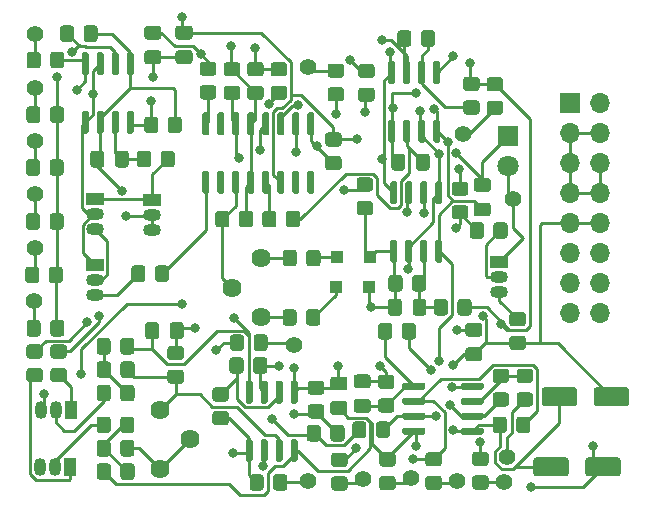
<source format=gbr>
%TF.GenerationSoftware,KiCad,Pcbnew,(5.1.10)-1*%
%TF.CreationDate,2021-07-01T15:47:13-04:00*%
%TF.ProjectId,LFO,4c464f2e-6b69-4636-9164-5f7063625858,rev?*%
%TF.SameCoordinates,Original*%
%TF.FileFunction,Copper,L1,Top*%
%TF.FilePolarity,Positive*%
%FSLAX46Y46*%
G04 Gerber Fmt 4.6, Leading zero omitted, Abs format (unit mm)*
G04 Created by KiCad (PCBNEW (5.1.10)-1) date 2021-07-01 15:47:13*
%MOMM*%
%LPD*%
G01*
G04 APERTURE LIST*
%TA.AperFunction,ComponentPad*%
%ADD10O,1.700000X1.700000*%
%TD*%
%TA.AperFunction,ComponentPad*%
%ADD11R,1.700000X1.700000*%
%TD*%
%TA.AperFunction,ComponentPad*%
%ADD12C,1.620000*%
%TD*%
%TA.AperFunction,ComponentPad*%
%ADD13R,1.500000X1.050000*%
%TD*%
%TA.AperFunction,ComponentPad*%
%ADD14O,1.500000X1.050000*%
%TD*%
%TA.AperFunction,ComponentPad*%
%ADD15R,1.050000X1.500000*%
%TD*%
%TA.AperFunction,ComponentPad*%
%ADD16O,1.050000X1.500000*%
%TD*%
%TA.AperFunction,ComponentPad*%
%ADD17C,1.800000*%
%TD*%
%TA.AperFunction,ComponentPad*%
%ADD18R,1.800000X1.800000*%
%TD*%
%TA.AperFunction,ComponentPad*%
%ADD19C,1.400000*%
%TD*%
%TA.AperFunction,SMDPad,CuDef*%
%ADD20R,1.100000X1.100000*%
%TD*%
%TA.AperFunction,ViaPad*%
%ADD21C,0.800000*%
%TD*%
%TA.AperFunction,Conductor*%
%ADD22C,0.250000*%
%TD*%
G04 APERTURE END LIST*
D10*
%TO.P,REF\u002A\u002A,16*%
%TO.N,N/C*%
X144018000Y-92964000D03*
%TO.P,REF\u002A\u002A,15*%
X141478000Y-92964000D03*
%TO.P,REF\u002A\u002A,14*%
X144018000Y-90424000D03*
%TO.P,REF\u002A\u002A,13*%
X141478000Y-90424000D03*
%TO.P,REF\u002A\u002A,12*%
X144018000Y-87884000D03*
%TO.P,REF\u002A\u002A,11*%
X141478000Y-87884000D03*
%TO.P,REF\u002A\u002A,10*%
%TO.N,+12V*%
X144018000Y-85344000D03*
%TO.P,REF\u002A\u002A,9*%
X141478000Y-85344000D03*
%TO.P,REF\u002A\u002A,8*%
%TO.N,GNDREF*%
X144018000Y-82804000D03*
%TO.P,REF\u002A\u002A,7*%
X141478000Y-82804000D03*
%TO.P,REF\u002A\u002A,6*%
X144018000Y-80264000D03*
%TO.P,REF\u002A\u002A,5*%
X141478000Y-80264000D03*
%TO.P,REF\u002A\u002A,4*%
X144018000Y-77724000D03*
%TO.P,REF\u002A\u002A,3*%
X141478000Y-77724000D03*
%TO.P,REF\u002A\u002A,2*%
%TO.N,-12V*%
X144018000Y-75184000D03*
D11*
%TO.P,REF\u002A\u002A,1*%
X141478000Y-75184000D03*
%TD*%
%TO.P,U3,16*%
%TO.N,Net-(R16-Pad1)*%
%TA.AperFunction,SMDPad,CuDef*%
G36*
G01*
X110817800Y-77951200D02*
X110517800Y-77951200D01*
G75*
G02*
X110367800Y-77801200I0J150000D01*
G01*
X110367800Y-76151200D01*
G75*
G02*
X110517800Y-76001200I150000J0D01*
G01*
X110817800Y-76001200D01*
G75*
G02*
X110967800Y-76151200I0J-150000D01*
G01*
X110967800Y-77801200D01*
G75*
G02*
X110817800Y-77951200I-150000J0D01*
G01*
G37*
%TD.AperFunction*%
%TO.P,U3,15*%
%TO.N,Net-(U3-Pad15)*%
%TA.AperFunction,SMDPad,CuDef*%
G36*
G01*
X112087800Y-77951200D02*
X111787800Y-77951200D01*
G75*
G02*
X111637800Y-77801200I0J150000D01*
G01*
X111637800Y-76151200D01*
G75*
G02*
X111787800Y-76001200I150000J0D01*
G01*
X112087800Y-76001200D01*
G75*
G02*
X112237800Y-76151200I0J-150000D01*
G01*
X112237800Y-77801200D01*
G75*
G02*
X112087800Y-77951200I-150000J0D01*
G01*
G37*
%TD.AperFunction*%
%TO.P,U3,14*%
%TO.N,Net-(R19-Pad1)*%
%TA.AperFunction,SMDPad,CuDef*%
G36*
G01*
X113357800Y-77951200D02*
X113057800Y-77951200D01*
G75*
G02*
X112907800Y-77801200I0J150000D01*
G01*
X112907800Y-76151200D01*
G75*
G02*
X113057800Y-76001200I150000J0D01*
G01*
X113357800Y-76001200D01*
G75*
G02*
X113507800Y-76151200I0J-150000D01*
G01*
X113507800Y-77801200D01*
G75*
G02*
X113357800Y-77951200I-150000J0D01*
G01*
G37*
%TD.AperFunction*%
%TO.P,U3,13*%
%TO.N,GNDREF*%
%TA.AperFunction,SMDPad,CuDef*%
G36*
G01*
X114627800Y-77951200D02*
X114327800Y-77951200D01*
G75*
G02*
X114177800Y-77801200I0J150000D01*
G01*
X114177800Y-76151200D01*
G75*
G02*
X114327800Y-76001200I150000J0D01*
G01*
X114627800Y-76001200D01*
G75*
G02*
X114777800Y-76151200I0J-150000D01*
G01*
X114777800Y-77801200D01*
G75*
G02*
X114627800Y-77951200I-150000J0D01*
G01*
G37*
%TD.AperFunction*%
%TO.P,U3,12*%
%TO.N,Net-(R23-Pad1)*%
%TA.AperFunction,SMDPad,CuDef*%
G36*
G01*
X115897800Y-77951200D02*
X115597800Y-77951200D01*
G75*
G02*
X115447800Y-77801200I0J150000D01*
G01*
X115447800Y-76151200D01*
G75*
G02*
X115597800Y-76001200I150000J0D01*
G01*
X115897800Y-76001200D01*
G75*
G02*
X116047800Y-76151200I0J-150000D01*
G01*
X116047800Y-77801200D01*
G75*
G02*
X115897800Y-77951200I-150000J0D01*
G01*
G37*
%TD.AperFunction*%
%TO.P,U3,11*%
%TO.N,+12V*%
%TA.AperFunction,SMDPad,CuDef*%
G36*
G01*
X117167800Y-77951200D02*
X116867800Y-77951200D01*
G75*
G02*
X116717800Y-77801200I0J150000D01*
G01*
X116717800Y-76151200D01*
G75*
G02*
X116867800Y-76001200I150000J0D01*
G01*
X117167800Y-76001200D01*
G75*
G02*
X117317800Y-76151200I0J-150000D01*
G01*
X117317800Y-77801200D01*
G75*
G02*
X117167800Y-77951200I-150000J0D01*
G01*
G37*
%TD.AperFunction*%
%TO.P,U3,10*%
%TO.N,Net-(R23-Pad1)*%
%TA.AperFunction,SMDPad,CuDef*%
G36*
G01*
X118437800Y-77951200D02*
X118137800Y-77951200D01*
G75*
G02*
X117987800Y-77801200I0J150000D01*
G01*
X117987800Y-76151200D01*
G75*
G02*
X118137800Y-76001200I150000J0D01*
G01*
X118437800Y-76001200D01*
G75*
G02*
X118587800Y-76151200I0J-150000D01*
G01*
X118587800Y-77801200D01*
G75*
G02*
X118437800Y-77951200I-150000J0D01*
G01*
G37*
%TD.AperFunction*%
%TO.P,U3,9*%
%TO.N,Net-(R20-Pad1)*%
%TA.AperFunction,SMDPad,CuDef*%
G36*
G01*
X119707800Y-77951200D02*
X119407800Y-77951200D01*
G75*
G02*
X119257800Y-77801200I0J150000D01*
G01*
X119257800Y-76151200D01*
G75*
G02*
X119407800Y-76001200I150000J0D01*
G01*
X119707800Y-76001200D01*
G75*
G02*
X119857800Y-76151200I0J-150000D01*
G01*
X119857800Y-77801200D01*
G75*
G02*
X119707800Y-77951200I-150000J0D01*
G01*
G37*
%TD.AperFunction*%
%TO.P,U3,8*%
%TO.N,Net-(U3-Pad8)*%
%TA.AperFunction,SMDPad,CuDef*%
G36*
G01*
X119707800Y-82901200D02*
X119407800Y-82901200D01*
G75*
G02*
X119257800Y-82751200I0J150000D01*
G01*
X119257800Y-81101200D01*
G75*
G02*
X119407800Y-80951200I150000J0D01*
G01*
X119707800Y-80951200D01*
G75*
G02*
X119857800Y-81101200I0J-150000D01*
G01*
X119857800Y-82751200D01*
G75*
G02*
X119707800Y-82901200I-150000J0D01*
G01*
G37*
%TD.AperFunction*%
%TO.P,U3,7*%
%TO.N,Net-(U3-Pad7)*%
%TA.AperFunction,SMDPad,CuDef*%
G36*
G01*
X118437800Y-82901200D02*
X118137800Y-82901200D01*
G75*
G02*
X117987800Y-82751200I0J150000D01*
G01*
X117987800Y-81101200D01*
G75*
G02*
X118137800Y-80951200I150000J0D01*
G01*
X118437800Y-80951200D01*
G75*
G02*
X118587800Y-81101200I0J-150000D01*
G01*
X118587800Y-82751200D01*
G75*
G02*
X118437800Y-82901200I-150000J0D01*
G01*
G37*
%TD.AperFunction*%
%TO.P,U3,6*%
%TO.N,-12V*%
%TA.AperFunction,SMDPad,CuDef*%
G36*
G01*
X117167800Y-82901200D02*
X116867800Y-82901200D01*
G75*
G02*
X116717800Y-82751200I0J150000D01*
G01*
X116717800Y-81101200D01*
G75*
G02*
X116867800Y-80951200I150000J0D01*
G01*
X117167800Y-80951200D01*
G75*
G02*
X117317800Y-81101200I0J-150000D01*
G01*
X117317800Y-82751200D01*
G75*
G02*
X117167800Y-82901200I-150000J0D01*
G01*
G37*
%TD.AperFunction*%
%TO.P,U3,5*%
%TO.N,Net-(R22-Pad2)*%
%TA.AperFunction,SMDPad,CuDef*%
G36*
G01*
X115897800Y-82901200D02*
X115597800Y-82901200D01*
G75*
G02*
X115447800Y-82751200I0J150000D01*
G01*
X115447800Y-81101200D01*
G75*
G02*
X115597800Y-80951200I150000J0D01*
G01*
X115897800Y-80951200D01*
G75*
G02*
X116047800Y-81101200I0J-150000D01*
G01*
X116047800Y-82751200D01*
G75*
G02*
X115897800Y-82901200I-150000J0D01*
G01*
G37*
%TD.AperFunction*%
%TO.P,U3,4*%
%TO.N,GNDREF*%
%TA.AperFunction,SMDPad,CuDef*%
G36*
G01*
X114627800Y-82901200D02*
X114327800Y-82901200D01*
G75*
G02*
X114177800Y-82751200I0J150000D01*
G01*
X114177800Y-81101200D01*
G75*
G02*
X114327800Y-80951200I150000J0D01*
G01*
X114627800Y-80951200D01*
G75*
G02*
X114777800Y-81101200I0J-150000D01*
G01*
X114777800Y-82751200D01*
G75*
G02*
X114627800Y-82901200I-150000J0D01*
G01*
G37*
%TD.AperFunction*%
%TO.P,U3,3*%
%TO.N,Net-(R25-Pad2)*%
%TA.AperFunction,SMDPad,CuDef*%
G36*
G01*
X113357800Y-82901200D02*
X113057800Y-82901200D01*
G75*
G02*
X112907800Y-82751200I0J150000D01*
G01*
X112907800Y-81101200D01*
G75*
G02*
X113057800Y-80951200I150000J0D01*
G01*
X113357800Y-80951200D01*
G75*
G02*
X113507800Y-81101200I0J-150000D01*
G01*
X113507800Y-82751200D01*
G75*
G02*
X113357800Y-82901200I-150000J0D01*
G01*
G37*
%TD.AperFunction*%
%TO.P,U3,2*%
%TO.N,Net-(U3-Pad2)*%
%TA.AperFunction,SMDPad,CuDef*%
G36*
G01*
X112087800Y-82901200D02*
X111787800Y-82901200D01*
G75*
G02*
X111637800Y-82751200I0J150000D01*
G01*
X111637800Y-81101200D01*
G75*
G02*
X111787800Y-80951200I150000J0D01*
G01*
X112087800Y-80951200D01*
G75*
G02*
X112237800Y-81101200I0J-150000D01*
G01*
X112237800Y-82751200D01*
G75*
G02*
X112087800Y-82901200I-150000J0D01*
G01*
G37*
%TD.AperFunction*%
%TO.P,U3,1*%
%TO.N,Net-(R11-Pad1)*%
%TA.AperFunction,SMDPad,CuDef*%
G36*
G01*
X110817800Y-82901200D02*
X110517800Y-82901200D01*
G75*
G02*
X110367800Y-82751200I0J150000D01*
G01*
X110367800Y-81101200D01*
G75*
G02*
X110517800Y-80951200I150000J0D01*
G01*
X110817800Y-80951200D01*
G75*
G02*
X110967800Y-81101200I0J-150000D01*
G01*
X110967800Y-82751200D01*
G75*
G02*
X110817800Y-82901200I-150000J0D01*
G01*
G37*
%TD.AperFunction*%
%TD*%
%TO.P,R63,2*%
%TO.N,Net-(C12-Pad2)*%
%TA.AperFunction,SMDPad,CuDef*%
G36*
G01*
X126383201Y-99422000D02*
X125483199Y-99422000D01*
G75*
G02*
X125233200Y-99172001I0J249999D01*
G01*
X125233200Y-98471999D01*
G75*
G02*
X125483199Y-98222000I249999J0D01*
G01*
X126383201Y-98222000D01*
G75*
G02*
X126633200Y-98471999I0J-249999D01*
G01*
X126633200Y-99172001D01*
G75*
G02*
X126383201Y-99422000I-249999J0D01*
G01*
G37*
%TD.AperFunction*%
%TO.P,R63,1*%
%TO.N,Net-(C12-Pad1)*%
%TA.AperFunction,SMDPad,CuDef*%
G36*
G01*
X126383201Y-101422000D02*
X125483199Y-101422000D01*
G75*
G02*
X125233200Y-101172001I0J249999D01*
G01*
X125233200Y-100471999D01*
G75*
G02*
X125483199Y-100222000I249999J0D01*
G01*
X126383201Y-100222000D01*
G75*
G02*
X126633200Y-100471999I0J-249999D01*
G01*
X126633200Y-101172001D01*
G75*
G02*
X126383201Y-101422000I-249999J0D01*
G01*
G37*
%TD.AperFunction*%
%TD*%
%TO.P,R61,2*%
%TO.N,Net-(Q6-Pad2)*%
%TA.AperFunction,SMDPad,CuDef*%
G36*
G01*
X135004000Y-86454401D02*
X135004000Y-85554399D01*
G75*
G02*
X135253999Y-85304400I249999J0D01*
G01*
X135954001Y-85304400D01*
G75*
G02*
X136204000Y-85554399I0J-249999D01*
G01*
X136204000Y-86454401D01*
G75*
G02*
X135954001Y-86704400I-249999J0D01*
G01*
X135253999Y-86704400D01*
G75*
G02*
X135004000Y-86454401I0J249999D01*
G01*
G37*
%TD.AperFunction*%
%TO.P,R61,1*%
%TO.N,Net-(R49-Pad2)*%
%TA.AperFunction,SMDPad,CuDef*%
G36*
G01*
X133004000Y-86454401D02*
X133004000Y-85554399D01*
G75*
G02*
X133253999Y-85304400I249999J0D01*
G01*
X133954001Y-85304400D01*
G75*
G02*
X134204000Y-85554399I0J-249999D01*
G01*
X134204000Y-86454401D01*
G75*
G02*
X133954001Y-86704400I-249999J0D01*
G01*
X133253999Y-86704400D01*
G75*
G02*
X133004000Y-86454401I0J249999D01*
G01*
G37*
%TD.AperFunction*%
%TD*%
%TO.P,R60,2*%
%TO.N,+12V*%
%TA.AperFunction,SMDPad,CuDef*%
G36*
G01*
X136608399Y-94922800D02*
X137508401Y-94922800D01*
G75*
G02*
X137758400Y-95172799I0J-249999D01*
G01*
X137758400Y-95872801D01*
G75*
G02*
X137508401Y-96122800I-249999J0D01*
G01*
X136608399Y-96122800D01*
G75*
G02*
X136358400Y-95872801I0J249999D01*
G01*
X136358400Y-95172799D01*
G75*
G02*
X136608399Y-94922800I249999J0D01*
G01*
G37*
%TD.AperFunction*%
%TO.P,R60,1*%
%TO.N,Net-(Q6-Pad3)*%
%TA.AperFunction,SMDPad,CuDef*%
G36*
G01*
X136608399Y-92922800D02*
X137508401Y-92922800D01*
G75*
G02*
X137758400Y-93172799I0J-249999D01*
G01*
X137758400Y-93872801D01*
G75*
G02*
X137508401Y-94122800I-249999J0D01*
G01*
X136608399Y-94122800D01*
G75*
G02*
X136358400Y-93872801I0J249999D01*
G01*
X136358400Y-93172799D01*
G75*
G02*
X136608399Y-92922800I249999J0D01*
G01*
G37*
%TD.AperFunction*%
%TD*%
%TO.P,R59,2*%
%TO.N,Net-(R34-Pad2)*%
%TA.AperFunction,SMDPad,CuDef*%
G36*
G01*
X122420801Y-106026000D02*
X121520799Y-106026000D01*
G75*
G02*
X121270800Y-105776001I0J249999D01*
G01*
X121270800Y-105075999D01*
G75*
G02*
X121520799Y-104826000I249999J0D01*
G01*
X122420801Y-104826000D01*
G75*
G02*
X122670800Y-105075999I0J-249999D01*
G01*
X122670800Y-105776001D01*
G75*
G02*
X122420801Y-106026000I-249999J0D01*
G01*
G37*
%TD.AperFunction*%
%TO.P,R59,1*%
%TO.N,/PWXV*%
%TA.AperFunction,SMDPad,CuDef*%
G36*
G01*
X122420801Y-108026000D02*
X121520799Y-108026000D01*
G75*
G02*
X121270800Y-107776001I0J249999D01*
G01*
X121270800Y-107075999D01*
G75*
G02*
X121520799Y-106826000I249999J0D01*
G01*
X122420801Y-106826000D01*
G75*
G02*
X122670800Y-107075999I0J-249999D01*
G01*
X122670800Y-107776001D01*
G75*
G02*
X122420801Y-108026000I-249999J0D01*
G01*
G37*
%TD.AperFunction*%
%TD*%
%TO.P,R58,2*%
%TO.N,Net-(R34-Pad2)*%
%TA.AperFunction,SMDPad,CuDef*%
G36*
G01*
X130396401Y-105975200D02*
X129496399Y-105975200D01*
G75*
G02*
X129246400Y-105725201I0J249999D01*
G01*
X129246400Y-105025199D01*
G75*
G02*
X129496399Y-104775200I249999J0D01*
G01*
X130396401Y-104775200D01*
G75*
G02*
X130646400Y-105025199I0J-249999D01*
G01*
X130646400Y-105725201D01*
G75*
G02*
X130396401Y-105975200I-249999J0D01*
G01*
G37*
%TD.AperFunction*%
%TO.P,R58,1*%
%TO.N,/PWC*%
%TA.AperFunction,SMDPad,CuDef*%
G36*
G01*
X130396401Y-107975200D02*
X129496399Y-107975200D01*
G75*
G02*
X129246400Y-107725201I0J249999D01*
G01*
X129246400Y-107025199D01*
G75*
G02*
X129496399Y-106775200I249999J0D01*
G01*
X130396401Y-106775200D01*
G75*
G02*
X130646400Y-107025199I0J-249999D01*
G01*
X130646400Y-107725201D01*
G75*
G02*
X130396401Y-107975200I-249999J0D01*
G01*
G37*
%TD.AperFunction*%
%TD*%
%TO.P,R57,2*%
%TO.N,Net-(R33-Pad2)*%
%TA.AperFunction,SMDPad,CuDef*%
G36*
G01*
X115560400Y-106890399D02*
X115560400Y-107790401D01*
G75*
G02*
X115310401Y-108040400I-249999J0D01*
G01*
X114610399Y-108040400D01*
G75*
G02*
X114360400Y-107790401I0J249999D01*
G01*
X114360400Y-106890399D01*
G75*
G02*
X114610399Y-106640400I249999J0D01*
G01*
X115310401Y-106640400D01*
G75*
G02*
X115560400Y-106890399I0J-249999D01*
G01*
G37*
%TD.AperFunction*%
%TO.P,R57,1*%
%TO.N,/RMP*%
%TA.AperFunction,SMDPad,CuDef*%
G36*
G01*
X117560400Y-106890399D02*
X117560400Y-107790401D01*
G75*
G02*
X117310401Y-108040400I-249999J0D01*
G01*
X116610399Y-108040400D01*
G75*
G02*
X116360400Y-107790401I0J249999D01*
G01*
X116360400Y-106890399D01*
G75*
G02*
X116610399Y-106640400I249999J0D01*
G01*
X117310401Y-106640400D01*
G75*
G02*
X117560400Y-106890399I0J-249999D01*
G01*
G37*
%TD.AperFunction*%
%TD*%
%TO.P,R56,2*%
%TO.N,Net-(R55-Pad1)*%
%TA.AperFunction,SMDPad,CuDef*%
G36*
G01*
X121202400Y-103624801D02*
X121202400Y-102724799D01*
G75*
G02*
X121452399Y-102474800I249999J0D01*
G01*
X122152401Y-102474800D01*
G75*
G02*
X122402400Y-102724799I0J-249999D01*
G01*
X122402400Y-103624801D01*
G75*
G02*
X122152401Y-103874800I-249999J0D01*
G01*
X121452399Y-103874800D01*
G75*
G02*
X121202400Y-103624801I0J249999D01*
G01*
G37*
%TD.AperFunction*%
%TO.P,R56,1*%
%TO.N,Net-(R33-Pad2)*%
%TA.AperFunction,SMDPad,CuDef*%
G36*
G01*
X119202400Y-103624801D02*
X119202400Y-102724799D01*
G75*
G02*
X119452399Y-102474800I249999J0D01*
G01*
X120152401Y-102474800D01*
G75*
G02*
X120402400Y-102724799I0J-249999D01*
G01*
X120402400Y-103624801D01*
G75*
G02*
X120152401Y-103874800I-249999J0D01*
G01*
X119452399Y-103874800D01*
G75*
G02*
X119202400Y-103624801I0J249999D01*
G01*
G37*
%TD.AperFunction*%
%TD*%
%TO.P,R55,2*%
%TO.N,GNDREF*%
%TA.AperFunction,SMDPad,CuDef*%
G36*
G01*
X120439601Y-99930000D02*
X119539599Y-99930000D01*
G75*
G02*
X119289600Y-99680001I0J249999D01*
G01*
X119289600Y-98979999D01*
G75*
G02*
X119539599Y-98730000I249999J0D01*
G01*
X120439601Y-98730000D01*
G75*
G02*
X120689600Y-98979999I0J-249999D01*
G01*
X120689600Y-99680001D01*
G75*
G02*
X120439601Y-99930000I-249999J0D01*
G01*
G37*
%TD.AperFunction*%
%TO.P,R55,1*%
%TO.N,Net-(R55-Pad1)*%
%TA.AperFunction,SMDPad,CuDef*%
G36*
G01*
X120439601Y-101930000D02*
X119539599Y-101930000D01*
G75*
G02*
X119289600Y-101680001I0J249999D01*
G01*
X119289600Y-100979999D01*
G75*
G02*
X119539599Y-100730000I249999J0D01*
G01*
X120439601Y-100730000D01*
G75*
G02*
X120689600Y-100979999I0J-249999D01*
G01*
X120689600Y-101680001D01*
G75*
G02*
X120439601Y-101930000I-249999J0D01*
G01*
G37*
%TD.AperFunction*%
%TD*%
%TO.P,R54,2*%
%TO.N,Net-(R48-Pad1)*%
%TA.AperFunction,SMDPad,CuDef*%
G36*
G01*
X132631601Y-83064400D02*
X131731599Y-83064400D01*
G75*
G02*
X131481600Y-82814401I0J249999D01*
G01*
X131481600Y-82114399D01*
G75*
G02*
X131731599Y-81864400I249999J0D01*
G01*
X132631601Y-81864400D01*
G75*
G02*
X132881600Y-82114399I0J-249999D01*
G01*
X132881600Y-82814401D01*
G75*
G02*
X132631601Y-83064400I-249999J0D01*
G01*
G37*
%TD.AperFunction*%
%TO.P,R54,1*%
%TO.N,Net-(R49-Pad2)*%
%TA.AperFunction,SMDPad,CuDef*%
G36*
G01*
X132631601Y-85064400D02*
X131731599Y-85064400D01*
G75*
G02*
X131481600Y-84814401I0J249999D01*
G01*
X131481600Y-84114399D01*
G75*
G02*
X131731599Y-83864400I249999J0D01*
G01*
X132631601Y-83864400D01*
G75*
G02*
X132881600Y-84114399I0J-249999D01*
G01*
X132881600Y-84814401D01*
G75*
G02*
X132631601Y-85064400I-249999J0D01*
G01*
G37*
%TD.AperFunction*%
%TD*%
%TO.P,R53,2*%
%TO.N,Net-(R52-Pad1)*%
%TA.AperFunction,SMDPad,CuDef*%
G36*
G01*
X113900000Y-95053999D02*
X113900000Y-95954001D01*
G75*
G02*
X113650001Y-96204000I-249999J0D01*
G01*
X112949999Y-96204000D01*
G75*
G02*
X112700000Y-95954001I0J249999D01*
G01*
X112700000Y-95053999D01*
G75*
G02*
X112949999Y-94804000I249999J0D01*
G01*
X113650001Y-94804000D01*
G75*
G02*
X113900000Y-95053999I0J-249999D01*
G01*
G37*
%TD.AperFunction*%
%TO.P,R53,1*%
%TO.N,/SAW*%
%TA.AperFunction,SMDPad,CuDef*%
G36*
G01*
X115900000Y-95053999D02*
X115900000Y-95954001D01*
G75*
G02*
X115650001Y-96204000I-249999J0D01*
G01*
X114949999Y-96204000D01*
G75*
G02*
X114700000Y-95954001I0J249999D01*
G01*
X114700000Y-95053999D01*
G75*
G02*
X114949999Y-94804000I249999J0D01*
G01*
X115650001Y-94804000D01*
G75*
G02*
X115900000Y-95053999I0J-249999D01*
G01*
G37*
%TD.AperFunction*%
%TD*%
%TO.P,R52,2*%
%TO.N,Net-(R47-Pad1)*%
%TA.AperFunction,SMDPad,CuDef*%
G36*
G01*
X113865200Y-96984399D02*
X113865200Y-97884401D01*
G75*
G02*
X113615201Y-98134400I-249999J0D01*
G01*
X112915199Y-98134400D01*
G75*
G02*
X112665200Y-97884401I0J249999D01*
G01*
X112665200Y-96984399D01*
G75*
G02*
X112915199Y-96734400I249999J0D01*
G01*
X113615201Y-96734400D01*
G75*
G02*
X113865200Y-96984399I0J-249999D01*
G01*
G37*
%TD.AperFunction*%
%TO.P,R52,1*%
%TO.N,Net-(R52-Pad1)*%
%TA.AperFunction,SMDPad,CuDef*%
G36*
G01*
X115865200Y-96984399D02*
X115865200Y-97884401D01*
G75*
G02*
X115615201Y-98134400I-249999J0D01*
G01*
X114915199Y-98134400D01*
G75*
G02*
X114665200Y-97884401I0J249999D01*
G01*
X114665200Y-96984399D01*
G75*
G02*
X114915199Y-96734400I249999J0D01*
G01*
X115615201Y-96734400D01*
G75*
G02*
X115865200Y-96984399I0J-249999D01*
G01*
G37*
%TD.AperFunction*%
%TD*%
%TO.P,R51,2*%
%TO.N,GNDREF*%
%TA.AperFunction,SMDPad,CuDef*%
G36*
G01*
X108552401Y-96983600D02*
X107652399Y-96983600D01*
G75*
G02*
X107402400Y-96733601I0J249999D01*
G01*
X107402400Y-96033599D01*
G75*
G02*
X107652399Y-95783600I249999J0D01*
G01*
X108552401Y-95783600D01*
G75*
G02*
X108802400Y-96033599I0J-249999D01*
G01*
X108802400Y-96733601D01*
G75*
G02*
X108552401Y-96983600I-249999J0D01*
G01*
G37*
%TD.AperFunction*%
%TO.P,R51,1*%
%TO.N,Net-(R40-Pad1)*%
%TA.AperFunction,SMDPad,CuDef*%
G36*
G01*
X108552401Y-98983600D02*
X107652399Y-98983600D01*
G75*
G02*
X107402400Y-98733601I0J249999D01*
G01*
X107402400Y-98033599D01*
G75*
G02*
X107652399Y-97783600I249999J0D01*
G01*
X108552401Y-97783600D01*
G75*
G02*
X108802400Y-98033599I0J-249999D01*
G01*
X108802400Y-98733601D01*
G75*
G02*
X108552401Y-98983600I-249999J0D01*
G01*
G37*
%TD.AperFunction*%
%TD*%
%TO.P,R50,2*%
%TO.N,-12V*%
%TA.AperFunction,SMDPad,CuDef*%
G36*
G01*
X102622400Y-105975999D02*
X102622400Y-106876001D01*
G75*
G02*
X102372401Y-107126000I-249999J0D01*
G01*
X101672399Y-107126000D01*
G75*
G02*
X101422400Y-106876001I0J249999D01*
G01*
X101422400Y-105975999D01*
G75*
G02*
X101672399Y-105726000I249999J0D01*
G01*
X102372401Y-105726000D01*
G75*
G02*
X102622400Y-105975999I0J-249999D01*
G01*
G37*
%TD.AperFunction*%
%TO.P,R50,1*%
%TO.N,Net-(R44-Pad1)*%
%TA.AperFunction,SMDPad,CuDef*%
G36*
G01*
X104622400Y-105975999D02*
X104622400Y-106876001D01*
G75*
G02*
X104372401Y-107126000I-249999J0D01*
G01*
X103672399Y-107126000D01*
G75*
G02*
X103422400Y-106876001I0J249999D01*
G01*
X103422400Y-105975999D01*
G75*
G02*
X103672399Y-105726000I249999J0D01*
G01*
X104372401Y-105726000D01*
G75*
G02*
X104622400Y-105975999I0J-249999D01*
G01*
G37*
%TD.AperFunction*%
%TD*%
%TO.P,R49,2*%
%TO.N,Net-(R49-Pad2)*%
%TA.AperFunction,SMDPad,CuDef*%
G36*
G01*
X96614401Y-96847200D02*
X95714399Y-96847200D01*
G75*
G02*
X95464400Y-96597201I0J249999D01*
G01*
X95464400Y-95897199D01*
G75*
G02*
X95714399Y-95647200I249999J0D01*
G01*
X96614401Y-95647200D01*
G75*
G02*
X96864400Y-95897199I0J-249999D01*
G01*
X96864400Y-96597201D01*
G75*
G02*
X96614401Y-96847200I-249999J0D01*
G01*
G37*
%TD.AperFunction*%
%TO.P,R49,1*%
%TO.N,Net-(Q5-Pad1)*%
%TA.AperFunction,SMDPad,CuDef*%
G36*
G01*
X96614401Y-98847200D02*
X95714399Y-98847200D01*
G75*
G02*
X95464400Y-98597201I0J249999D01*
G01*
X95464400Y-97897199D01*
G75*
G02*
X95714399Y-97647200I249999J0D01*
G01*
X96614401Y-97647200D01*
G75*
G02*
X96864400Y-97897199I0J-249999D01*
G01*
X96864400Y-98597201D01*
G75*
G02*
X96614401Y-98847200I-249999J0D01*
G01*
G37*
%TD.AperFunction*%
%TD*%
%TO.P,R48,2*%
%TO.N,Net-(C10-Pad1)*%
%TA.AperFunction,SMDPad,CuDef*%
G36*
G01*
X123670399Y-83508800D02*
X124570401Y-83508800D01*
G75*
G02*
X124820400Y-83758799I0J-249999D01*
G01*
X124820400Y-84458801D01*
G75*
G02*
X124570401Y-84708800I-249999J0D01*
G01*
X123670399Y-84708800D01*
G75*
G02*
X123420400Y-84458801I0J249999D01*
G01*
X123420400Y-83758799D01*
G75*
G02*
X123670399Y-83508800I249999J0D01*
G01*
G37*
%TD.AperFunction*%
%TO.P,R48,1*%
%TO.N,Net-(R48-Pad1)*%
%TA.AperFunction,SMDPad,CuDef*%
G36*
G01*
X123670399Y-81508800D02*
X124570401Y-81508800D01*
G75*
G02*
X124820400Y-81758799I0J-249999D01*
G01*
X124820400Y-82458801D01*
G75*
G02*
X124570401Y-82708800I-249999J0D01*
G01*
X123670399Y-82708800D01*
G75*
G02*
X123420400Y-82458801I0J249999D01*
G01*
X123420400Y-81758799D01*
G75*
G02*
X123670399Y-81508800I249999J0D01*
G01*
G37*
%TD.AperFunction*%
%TD*%
%TO.P,R47,2*%
%TO.N,Net-(R33-Pad2)*%
%TA.AperFunction,SMDPad,CuDef*%
G36*
G01*
X111462399Y-101288800D02*
X112362401Y-101288800D01*
G75*
G02*
X112612400Y-101538799I0J-249999D01*
G01*
X112612400Y-102238801D01*
G75*
G02*
X112362401Y-102488800I-249999J0D01*
G01*
X111462399Y-102488800D01*
G75*
G02*
X111212400Y-102238801I0J249999D01*
G01*
X111212400Y-101538799D01*
G75*
G02*
X111462399Y-101288800I249999J0D01*
G01*
G37*
%TD.AperFunction*%
%TO.P,R47,1*%
%TO.N,Net-(R47-Pad1)*%
%TA.AperFunction,SMDPad,CuDef*%
G36*
G01*
X111462399Y-99288800D02*
X112362401Y-99288800D01*
G75*
G02*
X112612400Y-99538799I0J-249999D01*
G01*
X112612400Y-100238801D01*
G75*
G02*
X112362401Y-100488800I-249999J0D01*
G01*
X111462399Y-100488800D01*
G75*
G02*
X111212400Y-100238801I0J249999D01*
G01*
X111212400Y-99538799D01*
G75*
G02*
X111462399Y-99288800I249999J0D01*
G01*
G37*
%TD.AperFunction*%
%TD*%
D12*
%TO.P,R46,1*%
%TO.N,Net-(R40-Pad1)*%
X106781600Y-101193600D03*
%TO.P,R46,2*%
%TO.N,Net-(R45-Pad1)*%
X109281600Y-103693600D03*
%TO.P,R46,3*%
X106781600Y-106193600D03*
%TD*%
%TO.P,R45,2*%
%TO.N,Net-(R44-Pad1)*%
%TA.AperFunction,SMDPad,CuDef*%
G36*
G01*
X102606400Y-103994799D02*
X102606400Y-104894801D01*
G75*
G02*
X102356401Y-105144800I-249999J0D01*
G01*
X101656399Y-105144800D01*
G75*
G02*
X101406400Y-104894801I0J249999D01*
G01*
X101406400Y-103994799D01*
G75*
G02*
X101656399Y-103744800I249999J0D01*
G01*
X102356401Y-103744800D01*
G75*
G02*
X102606400Y-103994799I0J-249999D01*
G01*
G37*
%TD.AperFunction*%
%TO.P,R45,1*%
%TO.N,Net-(R45-Pad1)*%
%TA.AperFunction,SMDPad,CuDef*%
G36*
G01*
X104606400Y-103994799D02*
X104606400Y-104894801D01*
G75*
G02*
X104356401Y-105144800I-249999J0D01*
G01*
X103656399Y-105144800D01*
G75*
G02*
X103406400Y-104894801I0J249999D01*
G01*
X103406400Y-103994799D01*
G75*
G02*
X103656399Y-103744800I249999J0D01*
G01*
X104356401Y-103744800D01*
G75*
G02*
X104606400Y-103994799I0J-249999D01*
G01*
G37*
%TD.AperFunction*%
%TD*%
%TO.P,R44,2*%
%TO.N,Net-(Q5-Pad2)*%
%TA.AperFunction,SMDPad,CuDef*%
G36*
G01*
X102606400Y-102013599D02*
X102606400Y-102913601D01*
G75*
G02*
X102356401Y-103163600I-249999J0D01*
G01*
X101656399Y-103163600D01*
G75*
G02*
X101406400Y-102913601I0J249999D01*
G01*
X101406400Y-102013599D01*
G75*
G02*
X101656399Y-101763600I249999J0D01*
G01*
X102356401Y-101763600D01*
G75*
G02*
X102606400Y-102013599I0J-249999D01*
G01*
G37*
%TD.AperFunction*%
%TO.P,R44,1*%
%TO.N,Net-(R44-Pad1)*%
%TA.AperFunction,SMDPad,CuDef*%
G36*
G01*
X104606400Y-102013599D02*
X104606400Y-102913601D01*
G75*
G02*
X104356401Y-103163600I-249999J0D01*
G01*
X103656399Y-103163600D01*
G75*
G02*
X103406400Y-102913601I0J249999D01*
G01*
X103406400Y-102013599D01*
G75*
G02*
X103656399Y-101763600I249999J0D01*
G01*
X104356401Y-101763600D01*
G75*
G02*
X104606400Y-102013599I0J-249999D01*
G01*
G37*
%TD.AperFunction*%
%TD*%
%TO.P,R43,2*%
%TO.N,Net-(R38-Pad1)*%
%TA.AperFunction,SMDPad,CuDef*%
G36*
G01*
X128873200Y-70198401D02*
X128873200Y-69298399D01*
G75*
G02*
X129123199Y-69048400I249999J0D01*
G01*
X129823201Y-69048400D01*
G75*
G02*
X130073200Y-69298399I0J-249999D01*
G01*
X130073200Y-70198401D01*
G75*
G02*
X129823201Y-70448400I-249999J0D01*
G01*
X129123199Y-70448400D01*
G75*
G02*
X128873200Y-70198401I0J249999D01*
G01*
G37*
%TD.AperFunction*%
%TO.P,R43,1*%
%TO.N,Net-(Q4-Pad3)*%
%TA.AperFunction,SMDPad,CuDef*%
G36*
G01*
X126873200Y-70198401D02*
X126873200Y-69298399D01*
G75*
G02*
X127123199Y-69048400I249999J0D01*
G01*
X127823201Y-69048400D01*
G75*
G02*
X128073200Y-69298399I0J-249999D01*
G01*
X128073200Y-70198401D01*
G75*
G02*
X127823201Y-70448400I-249999J0D01*
G01*
X127123199Y-70448400D01*
G75*
G02*
X126873200Y-70198401I0J249999D01*
G01*
G37*
%TD.AperFunction*%
%TD*%
%TO.P,R42,2*%
%TO.N,-12V*%
%TA.AperFunction,SMDPad,CuDef*%
G36*
G01*
X126484801Y-105991200D02*
X125584799Y-105991200D01*
G75*
G02*
X125334800Y-105741201I0J249999D01*
G01*
X125334800Y-105041199D01*
G75*
G02*
X125584799Y-104791200I249999J0D01*
G01*
X126484801Y-104791200D01*
G75*
G02*
X126734800Y-105041199I0J-249999D01*
G01*
X126734800Y-105741201D01*
G75*
G02*
X126484801Y-105991200I-249999J0D01*
G01*
G37*
%TD.AperFunction*%
%TO.P,R42,1*%
%TO.N,/PW90*%
%TA.AperFunction,SMDPad,CuDef*%
G36*
G01*
X126484801Y-107991200D02*
X125584799Y-107991200D01*
G75*
G02*
X125334800Y-107741201I0J249999D01*
G01*
X125334800Y-107041199D01*
G75*
G02*
X125584799Y-106791200I249999J0D01*
G01*
X126484801Y-106791200D01*
G75*
G02*
X126734800Y-107041199I0J-249999D01*
G01*
X126734800Y-107741201D01*
G75*
G02*
X126484801Y-107991200I-249999J0D01*
G01*
G37*
%TD.AperFunction*%
%TD*%
%TO.P,R41,2*%
%TO.N,Net-(Q4-Pad2)*%
%TA.AperFunction,SMDPad,CuDef*%
G36*
G01*
X102622400Y-99321199D02*
X102622400Y-100221201D01*
G75*
G02*
X102372401Y-100471200I-249999J0D01*
G01*
X101672399Y-100471200D01*
G75*
G02*
X101422400Y-100221201I0J249999D01*
G01*
X101422400Y-99321199D01*
G75*
G02*
X101672399Y-99071200I249999J0D01*
G01*
X102372401Y-99071200D01*
G75*
G02*
X102622400Y-99321199I0J-249999D01*
G01*
G37*
%TD.AperFunction*%
%TO.P,R41,1*%
%TO.N,Net-(R32-Pad2)*%
%TA.AperFunction,SMDPad,CuDef*%
G36*
G01*
X104622400Y-99321199D02*
X104622400Y-100221201D01*
G75*
G02*
X104372401Y-100471200I-249999J0D01*
G01*
X103672399Y-100471200D01*
G75*
G02*
X103422400Y-100221201I0J249999D01*
G01*
X103422400Y-99321199D01*
G75*
G02*
X103672399Y-99071200I249999J0D01*
G01*
X104372401Y-99071200D01*
G75*
G02*
X104622400Y-99321199I0J-249999D01*
G01*
G37*
%TD.AperFunction*%
%TD*%
%TO.P,R40,2*%
%TO.N,Net-(R32-Pad2)*%
%TA.AperFunction,SMDPad,CuDef*%
G36*
G01*
X102622400Y-97339999D02*
X102622400Y-98240001D01*
G75*
G02*
X102372401Y-98490000I-249999J0D01*
G01*
X101672399Y-98490000D01*
G75*
G02*
X101422400Y-98240001I0J249999D01*
G01*
X101422400Y-97339999D01*
G75*
G02*
X101672399Y-97090000I249999J0D01*
G01*
X102372401Y-97090000D01*
G75*
G02*
X102622400Y-97339999I0J-249999D01*
G01*
G37*
%TD.AperFunction*%
%TO.P,R40,1*%
%TO.N,Net-(R40-Pad1)*%
%TA.AperFunction,SMDPad,CuDef*%
G36*
G01*
X104622400Y-97339999D02*
X104622400Y-98240001D01*
G75*
G02*
X104372401Y-98490000I-249999J0D01*
G01*
X103672399Y-98490000D01*
G75*
G02*
X103422400Y-98240001I0J249999D01*
G01*
X103422400Y-97339999D01*
G75*
G02*
X103672399Y-97090000I249999J0D01*
G01*
X104372401Y-97090000D01*
G75*
G02*
X104622400Y-97339999I0J-249999D01*
G01*
G37*
%TD.AperFunction*%
%TD*%
%TO.P,R39,2*%
%TO.N,Net-(C10-Pad1)*%
%TA.AperFunction,SMDPad,CuDef*%
G36*
G01*
X98646401Y-96847200D02*
X97746399Y-96847200D01*
G75*
G02*
X97496400Y-96597201I0J249999D01*
G01*
X97496400Y-95897199D01*
G75*
G02*
X97746399Y-95647200I249999J0D01*
G01*
X98646401Y-95647200D01*
G75*
G02*
X98896400Y-95897199I0J-249999D01*
G01*
X98896400Y-96597201D01*
G75*
G02*
X98646401Y-96847200I-249999J0D01*
G01*
G37*
%TD.AperFunction*%
%TO.P,R39,1*%
%TO.N,Net-(Q4-Pad1)*%
%TA.AperFunction,SMDPad,CuDef*%
G36*
G01*
X98646401Y-98847200D02*
X97746399Y-98847200D01*
G75*
G02*
X97496400Y-98597201I0J249999D01*
G01*
X97496400Y-97897199D01*
G75*
G02*
X97746399Y-97647200I249999J0D01*
G01*
X98646401Y-97647200D01*
G75*
G02*
X98896400Y-97897199I0J-249999D01*
G01*
X98896400Y-98597201D01*
G75*
G02*
X98646401Y-98847200I-249999J0D01*
G01*
G37*
%TD.AperFunction*%
%TD*%
%TO.P,R38,2*%
%TO.N,Net-(C11-Pad1)*%
%TA.AperFunction,SMDPad,CuDef*%
G36*
G01*
X133596801Y-74190400D02*
X132696799Y-74190400D01*
G75*
G02*
X132446800Y-73940401I0J249999D01*
G01*
X132446800Y-73240399D01*
G75*
G02*
X132696799Y-72990400I249999J0D01*
G01*
X133596801Y-72990400D01*
G75*
G02*
X133846800Y-73240399I0J-249999D01*
G01*
X133846800Y-73940401D01*
G75*
G02*
X133596801Y-74190400I-249999J0D01*
G01*
G37*
%TD.AperFunction*%
%TO.P,R38,1*%
%TO.N,Net-(R38-Pad1)*%
%TA.AperFunction,SMDPad,CuDef*%
G36*
G01*
X133596801Y-76190400D02*
X132696799Y-76190400D01*
G75*
G02*
X132446800Y-75940401I0J249999D01*
G01*
X132446800Y-75240399D01*
G75*
G02*
X132696799Y-74990400I249999J0D01*
G01*
X133596801Y-74990400D01*
G75*
G02*
X133846800Y-75240399I0J-249999D01*
G01*
X133846800Y-75940401D01*
G75*
G02*
X133596801Y-76190400I-249999J0D01*
G01*
G37*
%TD.AperFunction*%
%TD*%
%TO.P,R36,2*%
%TO.N,+12V*%
%TA.AperFunction,SMDPad,CuDef*%
G36*
G01*
X134358801Y-105940400D02*
X133458799Y-105940400D01*
G75*
G02*
X133208800Y-105690401I0J249999D01*
G01*
X133208800Y-104990399D01*
G75*
G02*
X133458799Y-104740400I249999J0D01*
G01*
X134358801Y-104740400D01*
G75*
G02*
X134608800Y-104990399I0J-249999D01*
G01*
X134608800Y-105690401D01*
G75*
G02*
X134358801Y-105940400I-249999J0D01*
G01*
G37*
%TD.AperFunction*%
%TO.P,R36,1*%
%TO.N,/PW10*%
%TA.AperFunction,SMDPad,CuDef*%
G36*
G01*
X134358801Y-107940400D02*
X133458799Y-107940400D01*
G75*
G02*
X133208800Y-107690401I0J249999D01*
G01*
X133208800Y-106990399D01*
G75*
G02*
X133458799Y-106740400I249999J0D01*
G01*
X134358801Y-106740400D01*
G75*
G02*
X134608800Y-106990399I0J-249999D01*
G01*
X134608800Y-107690401D01*
G75*
G02*
X134358801Y-107940400I-249999J0D01*
G01*
G37*
%TD.AperFunction*%
%TD*%
%TO.P,R35,2*%
%TO.N,Net-(R31-Pad1)*%
%TA.AperFunction,SMDPad,CuDef*%
G36*
G01*
X135185999Y-99714000D02*
X136086001Y-99714000D01*
G75*
G02*
X136336000Y-99963999I0J-249999D01*
G01*
X136336000Y-100664001D01*
G75*
G02*
X136086001Y-100914000I-249999J0D01*
G01*
X135185999Y-100914000D01*
G75*
G02*
X134936000Y-100664001I0J249999D01*
G01*
X134936000Y-99963999D01*
G75*
G02*
X135185999Y-99714000I249999J0D01*
G01*
G37*
%TD.AperFunction*%
%TO.P,R35,1*%
%TO.N,Net-(R29-Pad2)*%
%TA.AperFunction,SMDPad,CuDef*%
G36*
G01*
X135185999Y-97714000D02*
X136086001Y-97714000D01*
G75*
G02*
X136336000Y-97963999I0J-249999D01*
G01*
X136336000Y-98664001D01*
G75*
G02*
X136086001Y-98914000I-249999J0D01*
G01*
X135185999Y-98914000D01*
G75*
G02*
X134936000Y-98664001I0J249999D01*
G01*
X134936000Y-97963999D01*
G75*
G02*
X135185999Y-97714000I249999J0D01*
G01*
G37*
%TD.AperFunction*%
%TD*%
%TO.P,R34,2*%
%TO.N,Net-(R34-Pad2)*%
%TA.AperFunction,SMDPad,CuDef*%
G36*
G01*
X136934400Y-102913601D02*
X136934400Y-102013599D01*
G75*
G02*
X137184399Y-101763600I249999J0D01*
G01*
X137884401Y-101763600D01*
G75*
G02*
X138134400Y-102013599I0J-249999D01*
G01*
X138134400Y-102913601D01*
G75*
G02*
X137884401Y-103163600I-249999J0D01*
G01*
X137184399Y-103163600D01*
G75*
G02*
X136934400Y-102913601I0J249999D01*
G01*
G37*
%TD.AperFunction*%
%TO.P,R34,1*%
%TO.N,GNDREF*%
%TA.AperFunction,SMDPad,CuDef*%
G36*
G01*
X134934400Y-102913601D02*
X134934400Y-102013599D01*
G75*
G02*
X135184399Y-101763600I249999J0D01*
G01*
X135884401Y-101763600D01*
G75*
G02*
X136134400Y-102013599I0J-249999D01*
G01*
X136134400Y-102913601D01*
G75*
G02*
X135884401Y-103163600I-249999J0D01*
G01*
X135184399Y-103163600D01*
G75*
G02*
X134934400Y-102913601I0J249999D01*
G01*
G37*
%TD.AperFunction*%
%TD*%
%TO.P,R33,2*%
%TO.N,Net-(R33-Pad2)*%
%TA.AperFunction,SMDPad,CuDef*%
G36*
G01*
X124263200Y-102419999D02*
X124263200Y-103320001D01*
G75*
G02*
X124013201Y-103570000I-249999J0D01*
G01*
X123313199Y-103570000D01*
G75*
G02*
X123063200Y-103320001I0J249999D01*
G01*
X123063200Y-102419999D01*
G75*
G02*
X123313199Y-102170000I249999J0D01*
G01*
X124013201Y-102170000D01*
G75*
G02*
X124263200Y-102419999I0J-249999D01*
G01*
G37*
%TD.AperFunction*%
%TO.P,R33,1*%
%TO.N,Net-(C12-Pad2)*%
%TA.AperFunction,SMDPad,CuDef*%
G36*
G01*
X126263200Y-102419999D02*
X126263200Y-103320001D01*
G75*
G02*
X126013201Y-103570000I-249999J0D01*
G01*
X125313199Y-103570000D01*
G75*
G02*
X125063200Y-103320001I0J249999D01*
G01*
X125063200Y-102419999D01*
G75*
G02*
X125313199Y-102170000I249999J0D01*
G01*
X126013201Y-102170000D01*
G75*
G02*
X126263200Y-102419999I0J-249999D01*
G01*
G37*
%TD.AperFunction*%
%TD*%
%TO.P,R32,2*%
%TO.N,Net-(R32-Pad2)*%
%TA.AperFunction,SMDPad,CuDef*%
G36*
G01*
X102606400Y-95358799D02*
X102606400Y-96258801D01*
G75*
G02*
X102356401Y-96508800I-249999J0D01*
G01*
X101656399Y-96508800D01*
G75*
G02*
X101406400Y-96258801I0J249999D01*
G01*
X101406400Y-95358799D01*
G75*
G02*
X101656399Y-95108800I249999J0D01*
G01*
X102356401Y-95108800D01*
G75*
G02*
X102606400Y-95358799I0J-249999D01*
G01*
G37*
%TD.AperFunction*%
%TO.P,R32,1*%
%TO.N,+12V*%
%TA.AperFunction,SMDPad,CuDef*%
G36*
G01*
X104606400Y-95358799D02*
X104606400Y-96258801D01*
G75*
G02*
X104356401Y-96508800I-249999J0D01*
G01*
X103656399Y-96508800D01*
G75*
G02*
X103406400Y-96258801I0J249999D01*
G01*
X103406400Y-95358799D01*
G75*
G02*
X103656399Y-95108800I249999J0D01*
G01*
X104356401Y-95108800D01*
G75*
G02*
X104606400Y-95358799I0J-249999D01*
G01*
G37*
%TD.AperFunction*%
%TD*%
%TO.P,R31,2*%
%TO.N,Net-(C12-Pad1)*%
%TA.AperFunction,SMDPad,CuDef*%
G36*
G01*
X126447600Y-94088799D02*
X126447600Y-94988801D01*
G75*
G02*
X126197601Y-95238800I-249999J0D01*
G01*
X125497599Y-95238800D01*
G75*
G02*
X125247600Y-94988801I0J249999D01*
G01*
X125247600Y-94088799D01*
G75*
G02*
X125497599Y-93838800I249999J0D01*
G01*
X126197601Y-93838800D01*
G75*
G02*
X126447600Y-94088799I0J-249999D01*
G01*
G37*
%TD.AperFunction*%
%TO.P,R31,1*%
%TO.N,Net-(R31-Pad1)*%
%TA.AperFunction,SMDPad,CuDef*%
G36*
G01*
X128447600Y-94088799D02*
X128447600Y-94988801D01*
G75*
G02*
X128197601Y-95238800I-249999J0D01*
G01*
X127497599Y-95238800D01*
G75*
G02*
X127247600Y-94988801I0J249999D01*
G01*
X127247600Y-94088799D01*
G75*
G02*
X127497599Y-93838800I249999J0D01*
G01*
X128197601Y-93838800D01*
G75*
G02*
X128447600Y-94088799I0J-249999D01*
G01*
G37*
%TD.AperFunction*%
%TD*%
%TO.P,R30,2*%
%TO.N,Net-(R25-Pad1)*%
%TA.AperFunction,SMDPad,CuDef*%
G36*
G01*
X118354400Y-92920399D02*
X118354400Y-93820401D01*
G75*
G02*
X118104401Y-94070400I-249999J0D01*
G01*
X117404399Y-94070400D01*
G75*
G02*
X117154400Y-93820401I0J249999D01*
G01*
X117154400Y-92920399D01*
G75*
G02*
X117404399Y-92670400I249999J0D01*
G01*
X118104401Y-92670400D01*
G75*
G02*
X118354400Y-92920399I0J-249999D01*
G01*
G37*
%TD.AperFunction*%
%TO.P,R30,1*%
%TO.N,Net-(D2-Pad1)*%
%TA.AperFunction,SMDPad,CuDef*%
G36*
G01*
X120354400Y-92920399D02*
X120354400Y-93820401D01*
G75*
G02*
X120104401Y-94070400I-249999J0D01*
G01*
X119404399Y-94070400D01*
G75*
G02*
X119154400Y-93820401I0J249999D01*
G01*
X119154400Y-92920399D01*
G75*
G02*
X119404399Y-92670400I249999J0D01*
G01*
X120104401Y-92670400D01*
G75*
G02*
X120354400Y-92920399I0J-249999D01*
G01*
G37*
%TD.AperFunction*%
%TD*%
%TO.P,R29,2*%
%TO.N,Net-(R29-Pad2)*%
%TA.AperFunction,SMDPad,CuDef*%
G36*
G01*
X138118001Y-98914000D02*
X137217999Y-98914000D01*
G75*
G02*
X136968000Y-98664001I0J249999D01*
G01*
X136968000Y-97963999D01*
G75*
G02*
X137217999Y-97714000I249999J0D01*
G01*
X138118001Y-97714000D01*
G75*
G02*
X138368000Y-97963999I0J-249999D01*
G01*
X138368000Y-98664001D01*
G75*
G02*
X138118001Y-98914000I-249999J0D01*
G01*
G37*
%TD.AperFunction*%
%TO.P,R29,1*%
%TO.N,/SQR*%
%TA.AperFunction,SMDPad,CuDef*%
G36*
G01*
X138118001Y-100914000D02*
X137217999Y-100914000D01*
G75*
G02*
X136968000Y-100664001I0J249999D01*
G01*
X136968000Y-99963999D01*
G75*
G02*
X137217999Y-99714000I249999J0D01*
G01*
X138118001Y-99714000D01*
G75*
G02*
X138368000Y-99963999I0J-249999D01*
G01*
X138368000Y-100664001D01*
G75*
G02*
X138118001Y-100914000I-249999J0D01*
G01*
G37*
%TD.AperFunction*%
%TD*%
%TO.P,R28,2*%
%TO.N,Net-(C11-Pad1)*%
%TA.AperFunction,SMDPad,CuDef*%
G36*
G01*
X124706801Y-73107600D02*
X123806799Y-73107600D01*
G75*
G02*
X123556800Y-72857601I0J249999D01*
G01*
X123556800Y-72157599D01*
G75*
G02*
X123806799Y-71907600I249999J0D01*
G01*
X124706801Y-71907600D01*
G75*
G02*
X124956800Y-72157599I0J-249999D01*
G01*
X124956800Y-72857601D01*
G75*
G02*
X124706801Y-73107600I-249999J0D01*
G01*
G37*
%TD.AperFunction*%
%TO.P,R28,1*%
%TO.N,Net-(R19-Pad1)*%
%TA.AperFunction,SMDPad,CuDef*%
G36*
G01*
X124706801Y-75107600D02*
X123806799Y-75107600D01*
G75*
G02*
X123556800Y-74857601I0J249999D01*
G01*
X123556800Y-74157599D01*
G75*
G02*
X123806799Y-73907600I249999J0D01*
G01*
X124706801Y-73907600D01*
G75*
G02*
X124956800Y-74157599I0J-249999D01*
G01*
X124956800Y-74857601D01*
G75*
G02*
X124706801Y-75107600I-249999J0D01*
G01*
G37*
%TD.AperFunction*%
%TD*%
%TO.P,R27,2*%
%TO.N,Net-(D1-Pad2)*%
%TA.AperFunction,SMDPad,CuDef*%
G36*
G01*
X119170400Y-88791201D02*
X119170400Y-87891199D01*
G75*
G02*
X119420399Y-87641200I249999J0D01*
G01*
X120120401Y-87641200D01*
G75*
G02*
X120370400Y-87891199I0J-249999D01*
G01*
X120370400Y-88791201D01*
G75*
G02*
X120120401Y-89041200I-249999J0D01*
G01*
X119420399Y-89041200D01*
G75*
G02*
X119170400Y-88791201I0J249999D01*
G01*
G37*
%TD.AperFunction*%
%TO.P,R27,1*%
%TO.N,Net-(R25-Pad3)*%
%TA.AperFunction,SMDPad,CuDef*%
G36*
G01*
X117170400Y-88791201D02*
X117170400Y-87891199D01*
G75*
G02*
X117420399Y-87641200I249999J0D01*
G01*
X118120401Y-87641200D01*
G75*
G02*
X118370400Y-87891199I0J-249999D01*
G01*
X118370400Y-88791201D01*
G75*
G02*
X118120401Y-89041200I-249999J0D01*
G01*
X117420399Y-89041200D01*
G75*
G02*
X117170400Y-88791201I0J249999D01*
G01*
G37*
%TD.AperFunction*%
%TD*%
%TO.P,R26,2*%
%TO.N,GNDREF*%
%TA.AperFunction,SMDPad,CuDef*%
G36*
G01*
X113464800Y-85489201D02*
X113464800Y-84589199D01*
G75*
G02*
X113714799Y-84339200I249999J0D01*
G01*
X114414801Y-84339200D01*
G75*
G02*
X114664800Y-84589199I0J-249999D01*
G01*
X114664800Y-85489201D01*
G75*
G02*
X114414801Y-85739200I-249999J0D01*
G01*
X113714799Y-85739200D01*
G75*
G02*
X113464800Y-85489201I0J249999D01*
G01*
G37*
%TD.AperFunction*%
%TO.P,R26,1*%
%TO.N,Net-(R25-Pad2)*%
%TA.AperFunction,SMDPad,CuDef*%
G36*
G01*
X111464800Y-85489201D02*
X111464800Y-84589199D01*
G75*
G02*
X111714799Y-84339200I249999J0D01*
G01*
X112414801Y-84339200D01*
G75*
G02*
X112664800Y-84589199I0J-249999D01*
G01*
X112664800Y-85489201D01*
G75*
G02*
X112414801Y-85739200I-249999J0D01*
G01*
X111714799Y-85739200D01*
G75*
G02*
X111464800Y-85489201I0J249999D01*
G01*
G37*
%TD.AperFunction*%
%TD*%
%TO.P,R25,1*%
%TO.N,Net-(R25-Pad1)*%
X115366800Y-93370400D03*
%TO.P,R25,2*%
%TO.N,Net-(R25-Pad2)*%
X112866800Y-90870400D03*
%TO.P,R25,3*%
%TO.N,Net-(R25-Pad3)*%
X115366800Y-88370400D03*
%TD*%
%TO.P,R24,2*%
%TO.N,Net-(R23-Pad1)*%
%TA.AperFunction,SMDPad,CuDef*%
G36*
G01*
X117290001Y-72955200D02*
X116389999Y-72955200D01*
G75*
G02*
X116140000Y-72705201I0J249999D01*
G01*
X116140000Y-72005199D01*
G75*
G02*
X116389999Y-71755200I249999J0D01*
G01*
X117290001Y-71755200D01*
G75*
G02*
X117540000Y-72005199I0J-249999D01*
G01*
X117540000Y-72705201D01*
G75*
G02*
X117290001Y-72955200I-249999J0D01*
G01*
G37*
%TD.AperFunction*%
%TO.P,R24,1*%
%TO.N,+12V*%
%TA.AperFunction,SMDPad,CuDef*%
G36*
G01*
X117290001Y-74955200D02*
X116389999Y-74955200D01*
G75*
G02*
X116140000Y-74705201I0J249999D01*
G01*
X116140000Y-74005199D01*
G75*
G02*
X116389999Y-73755200I249999J0D01*
G01*
X117290001Y-73755200D01*
G75*
G02*
X117540000Y-74005199I0J-249999D01*
G01*
X117540000Y-74705201D01*
G75*
G02*
X117290001Y-74955200I-249999J0D01*
G01*
G37*
%TD.AperFunction*%
%TD*%
%TO.P,R23,2*%
%TO.N,GNDREF*%
%TA.AperFunction,SMDPad,CuDef*%
G36*
G01*
X114408799Y-73755200D02*
X115308801Y-73755200D01*
G75*
G02*
X115558800Y-74005199I0J-249999D01*
G01*
X115558800Y-74705201D01*
G75*
G02*
X115308801Y-74955200I-249999J0D01*
G01*
X114408799Y-74955200D01*
G75*
G02*
X114158800Y-74705201I0J249999D01*
G01*
X114158800Y-74005199D01*
G75*
G02*
X114408799Y-73755200I249999J0D01*
G01*
G37*
%TD.AperFunction*%
%TO.P,R23,1*%
%TO.N,Net-(R23-Pad1)*%
%TA.AperFunction,SMDPad,CuDef*%
G36*
G01*
X114408799Y-71755200D02*
X115308801Y-71755200D01*
G75*
G02*
X115558800Y-72005199I0J-249999D01*
G01*
X115558800Y-72705201D01*
G75*
G02*
X115308801Y-72955200I-249999J0D01*
G01*
X114408799Y-72955200D01*
G75*
G02*
X114158800Y-72705201I0J249999D01*
G01*
X114158800Y-72005199D01*
G75*
G02*
X114408799Y-71755200I249999J0D01*
G01*
G37*
%TD.AperFunction*%
%TD*%
%TO.P,R22,2*%
%TO.N,Net-(R22-Pad2)*%
%TA.AperFunction,SMDPad,CuDef*%
G36*
G01*
X116643200Y-84589199D02*
X116643200Y-85489201D01*
G75*
G02*
X116393201Y-85739200I-249999J0D01*
G01*
X115693199Y-85739200D01*
G75*
G02*
X115443200Y-85489201I0J249999D01*
G01*
X115443200Y-84589199D01*
G75*
G02*
X115693199Y-84339200I249999J0D01*
G01*
X116393201Y-84339200D01*
G75*
G02*
X116643200Y-84589199I0J-249999D01*
G01*
G37*
%TD.AperFunction*%
%TO.P,R22,1*%
%TO.N,Net-(C11-Pad2)*%
%TA.AperFunction,SMDPad,CuDef*%
G36*
G01*
X118643200Y-84589199D02*
X118643200Y-85489201D01*
G75*
G02*
X118393201Y-85739200I-249999J0D01*
G01*
X117693199Y-85739200D01*
G75*
G02*
X117443200Y-85489201I0J249999D01*
G01*
X117443200Y-84589199D01*
G75*
G02*
X117693199Y-84339200I249999J0D01*
G01*
X118393201Y-84339200D01*
G75*
G02*
X118643200Y-84589199I0J-249999D01*
G01*
G37*
%TD.AperFunction*%
%TD*%
%TO.P,R21,2*%
%TO.N,Net-(R20-Pad1)*%
%TA.AperFunction,SMDPad,CuDef*%
G36*
G01*
X121215999Y-73872800D02*
X122116001Y-73872800D01*
G75*
G02*
X122366000Y-74122799I0J-249999D01*
G01*
X122366000Y-74822801D01*
G75*
G02*
X122116001Y-75072800I-249999J0D01*
G01*
X121215999Y-75072800D01*
G75*
G02*
X120966000Y-74822801I0J249999D01*
G01*
X120966000Y-74122799D01*
G75*
G02*
X121215999Y-73872800I249999J0D01*
G01*
G37*
%TD.AperFunction*%
%TO.P,R21,1*%
%TO.N,/SIN*%
%TA.AperFunction,SMDPad,CuDef*%
G36*
G01*
X121215999Y-71872800D02*
X122116001Y-71872800D01*
G75*
G02*
X122366000Y-72122799I0J-249999D01*
G01*
X122366000Y-72822801D01*
G75*
G02*
X122116001Y-73072800I-249999J0D01*
G01*
X121215999Y-73072800D01*
G75*
G02*
X120966000Y-72822801I0J249999D01*
G01*
X120966000Y-72122799D01*
G75*
G02*
X121215999Y-71872800I249999J0D01*
G01*
G37*
%TD.AperFunction*%
%TD*%
%TO.P,R20,2*%
%TO.N,-12V*%
%TA.AperFunction,SMDPad,CuDef*%
G36*
G01*
X121912801Y-78898800D02*
X121012799Y-78898800D01*
G75*
G02*
X120762800Y-78648801I0J249999D01*
G01*
X120762800Y-77948799D01*
G75*
G02*
X121012799Y-77698800I249999J0D01*
G01*
X121912801Y-77698800D01*
G75*
G02*
X122162800Y-77948799I0J-249999D01*
G01*
X122162800Y-78648801D01*
G75*
G02*
X121912801Y-78898800I-249999J0D01*
G01*
G37*
%TD.AperFunction*%
%TO.P,R20,1*%
%TO.N,Net-(R20-Pad1)*%
%TA.AperFunction,SMDPad,CuDef*%
G36*
G01*
X121912801Y-80898800D02*
X121012799Y-80898800D01*
G75*
G02*
X120762800Y-80648801I0J249999D01*
G01*
X120762800Y-79948799D01*
G75*
G02*
X121012799Y-79698800I249999J0D01*
G01*
X121912801Y-79698800D01*
G75*
G02*
X122162800Y-79948799I0J-249999D01*
G01*
X122162800Y-80648801D01*
G75*
G02*
X121912801Y-80898800I-249999J0D01*
G01*
G37*
%TD.AperFunction*%
%TD*%
%TO.P,R19,2*%
%TO.N,GNDREF*%
%TA.AperFunction,SMDPad,CuDef*%
G36*
G01*
X113327601Y-72955200D02*
X112427599Y-72955200D01*
G75*
G02*
X112177600Y-72705201I0J249999D01*
G01*
X112177600Y-72005199D01*
G75*
G02*
X112427599Y-71755200I249999J0D01*
G01*
X113327601Y-71755200D01*
G75*
G02*
X113577600Y-72005199I0J-249999D01*
G01*
X113577600Y-72705201D01*
G75*
G02*
X113327601Y-72955200I-249999J0D01*
G01*
G37*
%TD.AperFunction*%
%TO.P,R19,1*%
%TO.N,Net-(R19-Pad1)*%
%TA.AperFunction,SMDPad,CuDef*%
G36*
G01*
X113327601Y-74955200D02*
X112427599Y-74955200D01*
G75*
G02*
X112177600Y-74705201I0J249999D01*
G01*
X112177600Y-74005199D01*
G75*
G02*
X112427599Y-73755200I249999J0D01*
G01*
X113327601Y-73755200D01*
G75*
G02*
X113577600Y-74005199I0J-249999D01*
G01*
X113577600Y-74705201D01*
G75*
G02*
X113327601Y-74955200I-249999J0D01*
G01*
G37*
%TD.AperFunction*%
%TD*%
%TO.P,R18,2*%
%TO.N,Net-(C10-Pad2)*%
%TA.AperFunction,SMDPad,CuDef*%
G36*
G01*
X128127200Y-90924801D02*
X128127200Y-90024799D01*
G75*
G02*
X128377199Y-89774800I249999J0D01*
G01*
X129077201Y-89774800D01*
G75*
G02*
X129327200Y-90024799I0J-249999D01*
G01*
X129327200Y-90924801D01*
G75*
G02*
X129077201Y-91174800I-249999J0D01*
G01*
X128377199Y-91174800D01*
G75*
G02*
X128127200Y-90924801I0J249999D01*
G01*
G37*
%TD.AperFunction*%
%TO.P,R18,1*%
%TO.N,Net-(C10-Pad1)*%
%TA.AperFunction,SMDPad,CuDef*%
G36*
G01*
X126127200Y-90924801D02*
X126127200Y-90024799D01*
G75*
G02*
X126377199Y-89774800I249999J0D01*
G01*
X127077201Y-89774800D01*
G75*
G02*
X127327200Y-90024799I0J-249999D01*
G01*
X127327200Y-90924801D01*
G75*
G02*
X127077201Y-91174800I-249999J0D01*
G01*
X126377199Y-91174800D01*
G75*
G02*
X126127200Y-90924801I0J249999D01*
G01*
G37*
%TD.AperFunction*%
%TD*%
%TO.P,R17,2*%
%TO.N,Net-(C11-Pad1)*%
%TA.AperFunction,SMDPad,CuDef*%
G36*
G01*
X131956000Y-92956801D02*
X131956000Y-92056799D01*
G75*
G02*
X132205999Y-91806800I249999J0D01*
G01*
X132906001Y-91806800D01*
G75*
G02*
X133156000Y-92056799I0J-249999D01*
G01*
X133156000Y-92956801D01*
G75*
G02*
X132906001Y-93206800I-249999J0D01*
G01*
X132205999Y-93206800D01*
G75*
G02*
X131956000Y-92956801I0J249999D01*
G01*
G37*
%TD.AperFunction*%
%TO.P,R17,1*%
%TO.N,Net-(C10-Pad2)*%
%TA.AperFunction,SMDPad,CuDef*%
G36*
G01*
X129956000Y-92956801D02*
X129956000Y-92056799D01*
G75*
G02*
X130205999Y-91806800I249999J0D01*
G01*
X130906001Y-91806800D01*
G75*
G02*
X131156000Y-92056799I0J-249999D01*
G01*
X131156000Y-92956801D01*
G75*
G02*
X130906001Y-93206800I-249999J0D01*
G01*
X130205999Y-93206800D01*
G75*
G02*
X129956000Y-92956801I0J249999D01*
G01*
G37*
%TD.AperFunction*%
%TD*%
%TO.P,R16,2*%
%TO.N,+12V*%
%TA.AperFunction,SMDPad,CuDef*%
G36*
G01*
X111295601Y-72920400D02*
X110395599Y-72920400D01*
G75*
G02*
X110145600Y-72670401I0J249999D01*
G01*
X110145600Y-71970399D01*
G75*
G02*
X110395599Y-71720400I249999J0D01*
G01*
X111295601Y-71720400D01*
G75*
G02*
X111545600Y-71970399I0J-249999D01*
G01*
X111545600Y-72670401D01*
G75*
G02*
X111295601Y-72920400I-249999J0D01*
G01*
G37*
%TD.AperFunction*%
%TO.P,R16,1*%
%TO.N,Net-(R16-Pad1)*%
%TA.AperFunction,SMDPad,CuDef*%
G36*
G01*
X111295601Y-74920400D02*
X110395599Y-74920400D01*
G75*
G02*
X110145600Y-74670401I0J249999D01*
G01*
X110145600Y-73970399D01*
G75*
G02*
X110395599Y-73720400I249999J0D01*
G01*
X111295601Y-73720400D01*
G75*
G02*
X111545600Y-73970399I0J-249999D01*
G01*
X111545600Y-74670401D01*
G75*
G02*
X111295601Y-74920400I-249999J0D01*
G01*
G37*
%TD.AperFunction*%
%TD*%
%TO.P,R15,2*%
%TO.N,Net-(C11-Pad1)*%
%TA.AperFunction,SMDPad,CuDef*%
G36*
G01*
X135578001Y-74225200D02*
X134677999Y-74225200D01*
G75*
G02*
X134428000Y-73975201I0J249999D01*
G01*
X134428000Y-73275199D01*
G75*
G02*
X134677999Y-73025200I249999J0D01*
G01*
X135578001Y-73025200D01*
G75*
G02*
X135828000Y-73275199I0J-249999D01*
G01*
X135828000Y-73975201D01*
G75*
G02*
X135578001Y-74225200I-249999J0D01*
G01*
G37*
%TD.AperFunction*%
%TO.P,R15,1*%
%TO.N,/TRI*%
%TA.AperFunction,SMDPad,CuDef*%
G36*
G01*
X135578001Y-76225200D02*
X134677999Y-76225200D01*
G75*
G02*
X134428000Y-75975201I0J249999D01*
G01*
X134428000Y-75275199D01*
G75*
G02*
X134677999Y-75025200I249999J0D01*
G01*
X135578001Y-75025200D01*
G75*
G02*
X135828000Y-75275199I0J-249999D01*
G01*
X135828000Y-75975201D01*
G75*
G02*
X135578001Y-76225200I-249999J0D01*
G01*
G37*
%TD.AperFunction*%
%TD*%
%TO.P,R14,2*%
%TO.N,Net-(R12-Pad1)*%
%TA.AperFunction,SMDPad,CuDef*%
G36*
G01*
X99507600Y-68891999D02*
X99507600Y-69792001D01*
G75*
G02*
X99257601Y-70042000I-249999J0D01*
G01*
X98557599Y-70042000D01*
G75*
G02*
X98307600Y-69792001I0J249999D01*
G01*
X98307600Y-68891999D01*
G75*
G02*
X98557599Y-68642000I249999J0D01*
G01*
X99257601Y-68642000D01*
G75*
G02*
X99507600Y-68891999I0J-249999D01*
G01*
G37*
%TD.AperFunction*%
%TO.P,R14,1*%
%TO.N,Net-(C1-Pad2)*%
%TA.AperFunction,SMDPad,CuDef*%
G36*
G01*
X101507600Y-68891999D02*
X101507600Y-69792001D01*
G75*
G02*
X101257601Y-70042000I-249999J0D01*
G01*
X100557599Y-70042000D01*
G75*
G02*
X100307600Y-69792001I0J249999D01*
G01*
X100307600Y-68891999D01*
G75*
G02*
X100557599Y-68642000I249999J0D01*
G01*
X101257601Y-68642000D01*
G75*
G02*
X101507600Y-68891999I0J-249999D01*
G01*
G37*
%TD.AperFunction*%
%TD*%
%TO.P,R13,2*%
%TO.N,/CV2*%
%TA.AperFunction,SMDPad,CuDef*%
G36*
G01*
X96678800Y-93834799D02*
X96678800Y-94734801D01*
G75*
G02*
X96428801Y-94984800I-249999J0D01*
G01*
X95728799Y-94984800D01*
G75*
G02*
X95478800Y-94734801I0J249999D01*
G01*
X95478800Y-93834799D01*
G75*
G02*
X95728799Y-93584800I249999J0D01*
G01*
X96428801Y-93584800D01*
G75*
G02*
X96678800Y-93834799I0J-249999D01*
G01*
G37*
%TD.AperFunction*%
%TO.P,R13,1*%
%TO.N,Net-(R12-Pad1)*%
%TA.AperFunction,SMDPad,CuDef*%
G36*
G01*
X98678800Y-93834799D02*
X98678800Y-94734801D01*
G75*
G02*
X98428801Y-94984800I-249999J0D01*
G01*
X97728799Y-94984800D01*
G75*
G02*
X97478800Y-94734801I0J249999D01*
G01*
X97478800Y-93834799D01*
G75*
G02*
X97728799Y-93584800I249999J0D01*
G01*
X98428801Y-93584800D01*
G75*
G02*
X98678800Y-93834799I0J-249999D01*
G01*
G37*
%TD.AperFunction*%
%TD*%
%TO.P,R12,2*%
%TO.N,/CV3*%
%TA.AperFunction,SMDPad,CuDef*%
G36*
G01*
X96628000Y-84792399D02*
X96628000Y-85692401D01*
G75*
G02*
X96378001Y-85942400I-249999J0D01*
G01*
X95677999Y-85942400D01*
G75*
G02*
X95428000Y-85692401I0J249999D01*
G01*
X95428000Y-84792399D01*
G75*
G02*
X95677999Y-84542400I249999J0D01*
G01*
X96378001Y-84542400D01*
G75*
G02*
X96628000Y-84792399I0J-249999D01*
G01*
G37*
%TD.AperFunction*%
%TO.P,R12,1*%
%TO.N,Net-(R12-Pad1)*%
%TA.AperFunction,SMDPad,CuDef*%
G36*
G01*
X98628000Y-84792399D02*
X98628000Y-85692401D01*
G75*
G02*
X98378001Y-85942400I-249999J0D01*
G01*
X97677999Y-85942400D01*
G75*
G02*
X97428000Y-85692401I0J249999D01*
G01*
X97428000Y-84792399D01*
G75*
G02*
X97677999Y-84542400I249999J0D01*
G01*
X98378001Y-84542400D01*
G75*
G02*
X98628000Y-84792399I0J-249999D01*
G01*
G37*
%TD.AperFunction*%
%TD*%
%TO.P,R11,2*%
%TO.N,Net-(Q3-Pad3)*%
%TA.AperFunction,SMDPad,CuDef*%
G36*
G01*
X105552800Y-89211999D02*
X105552800Y-90112001D01*
G75*
G02*
X105302801Y-90362000I-249999J0D01*
G01*
X104602799Y-90362000D01*
G75*
G02*
X104352800Y-90112001I0J249999D01*
G01*
X104352800Y-89211999D01*
G75*
G02*
X104602799Y-88962000I249999J0D01*
G01*
X105302801Y-88962000D01*
G75*
G02*
X105552800Y-89211999I0J-249999D01*
G01*
G37*
%TD.AperFunction*%
%TO.P,R11,1*%
%TO.N,Net-(R11-Pad1)*%
%TA.AperFunction,SMDPad,CuDef*%
G36*
G01*
X107552800Y-89211999D02*
X107552800Y-90112001D01*
G75*
G02*
X107302801Y-90362000I-249999J0D01*
G01*
X106602799Y-90362000D01*
G75*
G02*
X106352800Y-90112001I0J249999D01*
G01*
X106352800Y-89211999D01*
G75*
G02*
X106602799Y-88962000I249999J0D01*
G01*
X107302801Y-88962000D01*
G75*
G02*
X107552800Y-89211999I0J-249999D01*
G01*
G37*
%TD.AperFunction*%
%TD*%
%TO.P,R10,2*%
%TO.N,+12V*%
%TA.AperFunction,SMDPad,CuDef*%
G36*
G01*
X106635600Y-76613599D02*
X106635600Y-77513601D01*
G75*
G02*
X106385601Y-77763600I-249999J0D01*
G01*
X105685599Y-77763600D01*
G75*
G02*
X105435600Y-77513601I0J249999D01*
G01*
X105435600Y-76613599D01*
G75*
G02*
X105685599Y-76363600I249999J0D01*
G01*
X106385601Y-76363600D01*
G75*
G02*
X106635600Y-76613599I0J-249999D01*
G01*
G37*
%TD.AperFunction*%
%TO.P,R10,1*%
%TO.N,Net-(C1-Pad2)*%
%TA.AperFunction,SMDPad,CuDef*%
G36*
G01*
X108635600Y-76613599D02*
X108635600Y-77513601D01*
G75*
G02*
X108385601Y-77763600I-249999J0D01*
G01*
X107685599Y-77763600D01*
G75*
G02*
X107435600Y-77513601I0J249999D01*
G01*
X107435600Y-76613599D01*
G75*
G02*
X107685599Y-76363600I249999J0D01*
G01*
X108385601Y-76363600D01*
G75*
G02*
X108635600Y-76613599I0J-249999D01*
G01*
G37*
%TD.AperFunction*%
%TD*%
%TO.P,R8,2*%
%TO.N,/FFV*%
%TA.AperFunction,SMDPad,CuDef*%
G36*
G01*
X96662800Y-75749999D02*
X96662800Y-76650001D01*
G75*
G02*
X96412801Y-76900000I-249999J0D01*
G01*
X95712799Y-76900000D01*
G75*
G02*
X95462800Y-76650001I0J249999D01*
G01*
X95462800Y-75749999D01*
G75*
G02*
X95712799Y-75500000I249999J0D01*
G01*
X96412801Y-75500000D01*
G75*
G02*
X96662800Y-75749999I0J-249999D01*
G01*
G37*
%TD.AperFunction*%
%TO.P,R8,1*%
%TO.N,Net-(R12-Pad1)*%
%TA.AperFunction,SMDPad,CuDef*%
G36*
G01*
X98662800Y-75749999D02*
X98662800Y-76650001D01*
G75*
G02*
X98412801Y-76900000I-249999J0D01*
G01*
X97712799Y-76900000D01*
G75*
G02*
X97462800Y-76650001I0J249999D01*
G01*
X97462800Y-75749999D01*
G75*
G02*
X97712799Y-75500000I249999J0D01*
G01*
X98412801Y-75500000D01*
G75*
G02*
X98662800Y-75749999I0J-249999D01*
G01*
G37*
%TD.AperFunction*%
%TD*%
%TO.P,R7,2*%
%TO.N,/CV1*%
%TA.AperFunction,SMDPad,CuDef*%
G36*
G01*
X96561200Y-89313599D02*
X96561200Y-90213601D01*
G75*
G02*
X96311201Y-90463600I-249999J0D01*
G01*
X95611199Y-90463600D01*
G75*
G02*
X95361200Y-90213601I0J249999D01*
G01*
X95361200Y-89313599D01*
G75*
G02*
X95611199Y-89063600I249999J0D01*
G01*
X96311201Y-89063600D01*
G75*
G02*
X96561200Y-89313599I0J-249999D01*
G01*
G37*
%TD.AperFunction*%
%TO.P,R7,1*%
%TO.N,Net-(R12-Pad1)*%
%TA.AperFunction,SMDPad,CuDef*%
G36*
G01*
X98561200Y-89313599D02*
X98561200Y-90213601D01*
G75*
G02*
X98311201Y-90463600I-249999J0D01*
G01*
X97611199Y-90463600D01*
G75*
G02*
X97361200Y-90213601I0J249999D01*
G01*
X97361200Y-89313599D01*
G75*
G02*
X97611199Y-89063600I249999J0D01*
G01*
X98311201Y-89063600D01*
G75*
G02*
X98561200Y-89313599I0J-249999D01*
G01*
G37*
%TD.AperFunction*%
%TD*%
%TO.P,R5,2*%
%TO.N,/CFV*%
%TA.AperFunction,SMDPad,CuDef*%
G36*
G01*
X96628000Y-80220399D02*
X96628000Y-81120401D01*
G75*
G02*
X96378001Y-81370400I-249999J0D01*
G01*
X95677999Y-81370400D01*
G75*
G02*
X95428000Y-81120401I0J249999D01*
G01*
X95428000Y-80220399D01*
G75*
G02*
X95677999Y-79970400I249999J0D01*
G01*
X96378001Y-79970400D01*
G75*
G02*
X96628000Y-80220399I0J-249999D01*
G01*
G37*
%TD.AperFunction*%
%TO.P,R5,1*%
%TO.N,Net-(R12-Pad1)*%
%TA.AperFunction,SMDPad,CuDef*%
G36*
G01*
X98628000Y-80220399D02*
X98628000Y-81120401D01*
G75*
G02*
X98378001Y-81370400I-249999J0D01*
G01*
X97677999Y-81370400D01*
G75*
G02*
X97428000Y-81120401I0J249999D01*
G01*
X97428000Y-80220399D01*
G75*
G02*
X97677999Y-79970400I249999J0D01*
G01*
X98378001Y-79970400D01*
G75*
G02*
X98628000Y-80220399I0J-249999D01*
G01*
G37*
%TD.AperFunction*%
%TD*%
%TO.P,R3,2*%
%TO.N,Net-(C1-Pad1)*%
%TA.AperFunction,SMDPad,CuDef*%
G36*
G01*
X106026000Y-79509199D02*
X106026000Y-80409201D01*
G75*
G02*
X105776001Y-80659200I-249999J0D01*
G01*
X105075999Y-80659200D01*
G75*
G02*
X104826000Y-80409201I0J249999D01*
G01*
X104826000Y-79509199D01*
G75*
G02*
X105075999Y-79259200I249999J0D01*
G01*
X105776001Y-79259200D01*
G75*
G02*
X106026000Y-79509199I0J-249999D01*
G01*
G37*
%TD.AperFunction*%
%TO.P,R3,1*%
%TO.N,Net-(Q1-Pad1)*%
%TA.AperFunction,SMDPad,CuDef*%
G36*
G01*
X108026000Y-79509199D02*
X108026000Y-80409201D01*
G75*
G02*
X107776001Y-80659200I-249999J0D01*
G01*
X107075999Y-80659200D01*
G75*
G02*
X106826000Y-80409201I0J249999D01*
G01*
X106826000Y-79509199D01*
G75*
G02*
X107075999Y-79259200I249999J0D01*
G01*
X107776001Y-79259200D01*
G75*
G02*
X108026000Y-79509199I0J-249999D01*
G01*
G37*
%TD.AperFunction*%
%TD*%
%TO.P,R2,2*%
%TO.N,/CFL*%
%TA.AperFunction,SMDPad,CuDef*%
G36*
G01*
X96678800Y-71127199D02*
X96678800Y-72027201D01*
G75*
G02*
X96428801Y-72277200I-249999J0D01*
G01*
X95728799Y-72277200D01*
G75*
G02*
X95478800Y-72027201I0J249999D01*
G01*
X95478800Y-71127199D01*
G75*
G02*
X95728799Y-70877200I249999J0D01*
G01*
X96428801Y-70877200D01*
G75*
G02*
X96678800Y-71127199I0J-249999D01*
G01*
G37*
%TD.AperFunction*%
%TO.P,R2,1*%
%TO.N,-12V*%
%TA.AperFunction,SMDPad,CuDef*%
G36*
G01*
X98678800Y-71127199D02*
X98678800Y-72027201D01*
G75*
G02*
X98428801Y-72277200I-249999J0D01*
G01*
X97728799Y-72277200D01*
G75*
G02*
X97478800Y-72027201I0J249999D01*
G01*
X97478800Y-71127199D01*
G75*
G02*
X97728799Y-70877200I249999J0D01*
G01*
X98428801Y-70877200D01*
G75*
G02*
X98678800Y-71127199I0J-249999D01*
G01*
G37*
%TD.AperFunction*%
%TD*%
D13*
%TO.P,Q6,1*%
%TO.N,/LEDA*%
X135483600Y-88696800D03*
D14*
%TO.P,Q6,3*%
%TO.N,Net-(Q6-Pad3)*%
X135483600Y-91236800D03*
%TO.P,Q6,2*%
%TO.N,Net-(Q6-Pad2)*%
X135483600Y-89966800D03*
%TD*%
D15*
%TO.P,Q5,1*%
%TO.N,Net-(Q5-Pad1)*%
X99161600Y-106070400D03*
D16*
%TO.P,Q5,3*%
%TO.N,Net-(C11-Pad1)*%
X96621600Y-106070400D03*
%TO.P,Q5,2*%
%TO.N,Net-(Q5-Pad2)*%
X97891600Y-106070400D03*
%TD*%
D15*
%TO.P,Q4,1*%
%TO.N,Net-(Q4-Pad1)*%
X99212400Y-101244400D03*
D16*
%TO.P,Q4,3*%
%TO.N,Net-(Q4-Pad3)*%
X96672400Y-101244400D03*
%TO.P,Q4,2*%
%TO.N,Net-(Q4-Pad2)*%
X97942400Y-101244400D03*
%TD*%
D13*
%TO.P,Q3,1*%
%TO.N,GNDREF*%
X101244400Y-88900000D03*
D14*
%TO.P,Q3,3*%
%TO.N,Net-(Q3-Pad3)*%
X101244400Y-91440000D03*
%TO.P,Q3,2*%
%TO.N,Net-(Q2-Pad3)*%
X101244400Y-90170000D03*
%TD*%
D13*
%TO.P,Q2,1*%
%TO.N,Net-(Q1-Pad1)*%
X101295200Y-83362800D03*
D14*
%TO.P,Q2,3*%
%TO.N,Net-(Q2-Pad3)*%
X101295200Y-85902800D03*
%TO.P,Q2,2*%
%TO.N,GNDREF*%
X101295200Y-84632800D03*
%TD*%
D13*
%TO.P,Q1,1*%
%TO.N,Net-(Q1-Pad1)*%
X106121200Y-83413600D03*
D14*
%TO.P,Q1,3*%
%TO.N,Net-(C1-Pad2)*%
X106121200Y-85953600D03*
%TO.P,Q1,2*%
X106121200Y-84683600D03*
%TD*%
D17*
%TO.P,LED1,2*%
%TO.N,/LEDA*%
X136245600Y-80568800D03*
D18*
%TO.P,LED1,1*%
%TO.N,GNDREF*%
X136245600Y-78028800D03*
%TD*%
D19*
%TO.P,LEDA,1*%
%TO.N,/LEDA*%
X136652000Y-83362800D03*
%TD*%
%TO.P,PW90,1*%
%TO.N,/PW90*%
X128066800Y-106984800D03*
%TD*%
%TO.P,PWC,1*%
%TO.N,/PWC*%
X131927600Y-107188000D03*
%TD*%
%TO.P,PW10,1*%
%TO.N,/PW10*%
X135890000Y-107289600D03*
%TD*%
%TO.P,PWXV,1*%
%TO.N,/PWXV*%
X124002800Y-107086400D03*
%TD*%
%TO.P,SAW,1*%
%TO.N,/SAW*%
X118160800Y-95707200D03*
%TD*%
%TO.P,SQR,1*%
%TO.N,/SQR*%
X136194800Y-105206800D03*
%TD*%
%TO.P,SIN,1*%
%TO.N,/SIN*%
X119278400Y-72186800D03*
%TD*%
%TO.P,RMP,1*%
%TO.N,/RMP*%
X119329200Y-107188000D03*
%TD*%
%TO.P,TRI,1*%
%TO.N,/TRI*%
X132435600Y-77825600D03*
%TD*%
%TO.P,CV3,1*%
%TO.N,/CV3*%
X96164400Y-82956400D03*
%TD*%
%TO.P,CV1,1*%
%TO.N,/CV1*%
X96164400Y-87528400D03*
%TD*%
%TO.P,CV2,1*%
%TO.N,/CV2*%
X96113600Y-91998800D03*
%TD*%
%TO.P,FFV,1*%
%TO.N,/FFV*%
X96164400Y-73964800D03*
%TD*%
%TO.P,CFL,1*%
%TO.N,/CFL*%
X96215200Y-69392800D03*
%TD*%
%TO.P,C12,2*%
%TO.N,Net-(C12-Pad2)*%
%TA.AperFunction,SMDPad,CuDef*%
G36*
G01*
X124376200Y-99372000D02*
X123426200Y-99372000D01*
G75*
G02*
X123176200Y-99122000I0J250000D01*
G01*
X123176200Y-98447000D01*
G75*
G02*
X123426200Y-98197000I250000J0D01*
G01*
X124376200Y-98197000D01*
G75*
G02*
X124626200Y-98447000I0J-250000D01*
G01*
X124626200Y-99122000D01*
G75*
G02*
X124376200Y-99372000I-250000J0D01*
G01*
G37*
%TD.AperFunction*%
%TO.P,C12,1*%
%TO.N,Net-(C12-Pad1)*%
%TA.AperFunction,SMDPad,CuDef*%
G36*
G01*
X124376200Y-101447000D02*
X123426200Y-101447000D01*
G75*
G02*
X123176200Y-101197000I0J250000D01*
G01*
X123176200Y-100522000D01*
G75*
G02*
X123426200Y-100272000I250000J0D01*
G01*
X124376200Y-100272000D01*
G75*
G02*
X124626200Y-100522000I0J-250000D01*
G01*
X124626200Y-101197000D01*
G75*
G02*
X124376200Y-101447000I-250000J0D01*
G01*
G37*
%TD.AperFunction*%
%TD*%
%TO.P,C11,2*%
%TO.N,Net-(C11-Pad2)*%
%TA.AperFunction,SMDPad,CuDef*%
G36*
G01*
X128436700Y-80688200D02*
X128436700Y-79738200D01*
G75*
G02*
X128686700Y-79488200I250000J0D01*
G01*
X129361700Y-79488200D01*
G75*
G02*
X129611700Y-79738200I0J-250000D01*
G01*
X129611700Y-80688200D01*
G75*
G02*
X129361700Y-80938200I-250000J0D01*
G01*
X128686700Y-80938200D01*
G75*
G02*
X128436700Y-80688200I0J250000D01*
G01*
G37*
%TD.AperFunction*%
%TO.P,C11,1*%
%TO.N,Net-(C11-Pad1)*%
%TA.AperFunction,SMDPad,CuDef*%
G36*
G01*
X126361700Y-80688200D02*
X126361700Y-79738200D01*
G75*
G02*
X126611700Y-79488200I250000J0D01*
G01*
X127286700Y-79488200D01*
G75*
G02*
X127536700Y-79738200I0J-250000D01*
G01*
X127536700Y-80688200D01*
G75*
G02*
X127286700Y-80938200I-250000J0D01*
G01*
X126611700Y-80938200D01*
G75*
G02*
X126361700Y-80688200I0J250000D01*
G01*
G37*
%TD.AperFunction*%
%TD*%
%TO.P,C10,2*%
%TO.N,Net-(C10-Pad2)*%
%TA.AperFunction,SMDPad,CuDef*%
G36*
G01*
X128161200Y-92981800D02*
X128161200Y-92031800D01*
G75*
G02*
X128411200Y-91781800I250000J0D01*
G01*
X129086200Y-91781800D01*
G75*
G02*
X129336200Y-92031800I0J-250000D01*
G01*
X129336200Y-92981800D01*
G75*
G02*
X129086200Y-93231800I-250000J0D01*
G01*
X128411200Y-93231800D01*
G75*
G02*
X128161200Y-92981800I0J250000D01*
G01*
G37*
%TD.AperFunction*%
%TO.P,C10,1*%
%TO.N,Net-(C10-Pad1)*%
%TA.AperFunction,SMDPad,CuDef*%
G36*
G01*
X126086200Y-92981800D02*
X126086200Y-92031800D01*
G75*
G02*
X126336200Y-91781800I250000J0D01*
G01*
X127011200Y-91781800D01*
G75*
G02*
X127261200Y-92031800I0J-250000D01*
G01*
X127261200Y-92981800D01*
G75*
G02*
X127011200Y-93231800I-250000J0D01*
G01*
X126336200Y-93231800D01*
G75*
G02*
X126086200Y-92981800I0J250000D01*
G01*
G37*
%TD.AperFunction*%
%TD*%
%TO.P,C9,2*%
%TO.N,-12V*%
%TA.AperFunction,SMDPad,CuDef*%
G36*
G01*
X133586200Y-83638900D02*
X134536200Y-83638900D01*
G75*
G02*
X134786200Y-83888900I0J-250000D01*
G01*
X134786200Y-84563900D01*
G75*
G02*
X134536200Y-84813900I-250000J0D01*
G01*
X133586200Y-84813900D01*
G75*
G02*
X133336200Y-84563900I0J250000D01*
G01*
X133336200Y-83888900D01*
G75*
G02*
X133586200Y-83638900I250000J0D01*
G01*
G37*
%TD.AperFunction*%
%TO.P,C9,1*%
%TO.N,GNDREF*%
%TA.AperFunction,SMDPad,CuDef*%
G36*
G01*
X133586200Y-81563900D02*
X134536200Y-81563900D01*
G75*
G02*
X134786200Y-81813900I0J-250000D01*
G01*
X134786200Y-82488900D01*
G75*
G02*
X134536200Y-82738900I-250000J0D01*
G01*
X133586200Y-82738900D01*
G75*
G02*
X133336200Y-82488900I0J250000D01*
G01*
X133336200Y-81813900D01*
G75*
G02*
X133586200Y-81563900I250000J0D01*
G01*
G37*
%TD.AperFunction*%
%TD*%
%TO.P,C8,2*%
%TO.N,-12V*%
%TA.AperFunction,SMDPad,CuDef*%
G36*
G01*
X121445000Y-100445900D02*
X122395000Y-100445900D01*
G75*
G02*
X122645000Y-100695900I0J-250000D01*
G01*
X122645000Y-101370900D01*
G75*
G02*
X122395000Y-101620900I-250000J0D01*
G01*
X121445000Y-101620900D01*
G75*
G02*
X121195000Y-101370900I0J250000D01*
G01*
X121195000Y-100695900D01*
G75*
G02*
X121445000Y-100445900I250000J0D01*
G01*
G37*
%TD.AperFunction*%
%TO.P,C8,1*%
%TO.N,GNDREF*%
%TA.AperFunction,SMDPad,CuDef*%
G36*
G01*
X121445000Y-98370900D02*
X122395000Y-98370900D01*
G75*
G02*
X122645000Y-98620900I0J-250000D01*
G01*
X122645000Y-99295900D01*
G75*
G02*
X122395000Y-99545900I-250000J0D01*
G01*
X121445000Y-99545900D01*
G75*
G02*
X121195000Y-99295900I0J250000D01*
G01*
X121195000Y-98620900D01*
G75*
G02*
X121445000Y-98370900I250000J0D01*
G01*
G37*
%TD.AperFunction*%
%TD*%
%TO.P,C7,2*%
%TO.N,-12V*%
%TA.AperFunction,SMDPad,CuDef*%
G36*
G01*
X109288600Y-69835700D02*
X108338600Y-69835700D01*
G75*
G02*
X108088600Y-69585700I0J250000D01*
G01*
X108088600Y-68910700D01*
G75*
G02*
X108338600Y-68660700I250000J0D01*
G01*
X109288600Y-68660700D01*
G75*
G02*
X109538600Y-68910700I0J-250000D01*
G01*
X109538600Y-69585700D01*
G75*
G02*
X109288600Y-69835700I-250000J0D01*
G01*
G37*
%TD.AperFunction*%
%TO.P,C7,1*%
%TO.N,GNDREF*%
%TA.AperFunction,SMDPad,CuDef*%
G36*
G01*
X109288600Y-71910700D02*
X108338600Y-71910700D01*
G75*
G02*
X108088600Y-71660700I0J250000D01*
G01*
X108088600Y-70985700D01*
G75*
G02*
X108338600Y-70735700I250000J0D01*
G01*
X109288600Y-70735700D01*
G75*
G02*
X109538600Y-70985700I0J-250000D01*
G01*
X109538600Y-71660700D01*
G75*
G02*
X109288600Y-71910700I-250000J0D01*
G01*
G37*
%TD.AperFunction*%
%TD*%
%TO.P,C6,2*%
%TO.N,-12V*%
%TA.AperFunction,SMDPad,CuDef*%
G36*
G01*
X142787600Y-106569600D02*
X142787600Y-105469600D01*
G75*
G02*
X143037600Y-105219600I250000J0D01*
G01*
X145537600Y-105219600D01*
G75*
G02*
X145787600Y-105469600I0J-250000D01*
G01*
X145787600Y-106569600D01*
G75*
G02*
X145537600Y-106819600I-250000J0D01*
G01*
X143037600Y-106819600D01*
G75*
G02*
X142787600Y-106569600I0J250000D01*
G01*
G37*
%TD.AperFunction*%
%TO.P,C6,1*%
%TO.N,GNDREF*%
%TA.AperFunction,SMDPad,CuDef*%
G36*
G01*
X138387600Y-106569600D02*
X138387600Y-105469600D01*
G75*
G02*
X138637600Y-105219600I250000J0D01*
G01*
X141137600Y-105219600D01*
G75*
G02*
X141387600Y-105469600I0J-250000D01*
G01*
X141387600Y-106569600D01*
G75*
G02*
X141137600Y-106819600I-250000J0D01*
G01*
X138637600Y-106819600D01*
G75*
G02*
X138387600Y-106569600I0J250000D01*
G01*
G37*
%TD.AperFunction*%
%TD*%
%TO.P,C5,2*%
%TO.N,GNDREF*%
%TA.AperFunction,SMDPad,CuDef*%
G36*
G01*
X105697000Y-70757200D02*
X106647000Y-70757200D01*
G75*
G02*
X106897000Y-71007200I0J-250000D01*
G01*
X106897000Y-71682200D01*
G75*
G02*
X106647000Y-71932200I-250000J0D01*
G01*
X105697000Y-71932200D01*
G75*
G02*
X105447000Y-71682200I0J250000D01*
G01*
X105447000Y-71007200D01*
G75*
G02*
X105697000Y-70757200I250000J0D01*
G01*
G37*
%TD.AperFunction*%
%TO.P,C5,1*%
%TO.N,+12V*%
%TA.AperFunction,SMDPad,CuDef*%
G36*
G01*
X105697000Y-68682200D02*
X106647000Y-68682200D01*
G75*
G02*
X106897000Y-68932200I0J-250000D01*
G01*
X106897000Y-69607200D01*
G75*
G02*
X106647000Y-69857200I-250000J0D01*
G01*
X105697000Y-69857200D01*
G75*
G02*
X105447000Y-69607200I0J250000D01*
G01*
X105447000Y-68932200D01*
G75*
G02*
X105697000Y-68682200I250000J0D01*
G01*
G37*
%TD.AperFunction*%
%TD*%
%TO.P,C4,2*%
%TO.N,GNDREF*%
%TA.AperFunction,SMDPad,CuDef*%
G36*
G01*
X133825000Y-95003200D02*
X132875000Y-95003200D01*
G75*
G02*
X132625000Y-94753200I0J250000D01*
G01*
X132625000Y-94078200D01*
G75*
G02*
X132875000Y-93828200I250000J0D01*
G01*
X133825000Y-93828200D01*
G75*
G02*
X134075000Y-94078200I0J-250000D01*
G01*
X134075000Y-94753200D01*
G75*
G02*
X133825000Y-95003200I-250000J0D01*
G01*
G37*
%TD.AperFunction*%
%TO.P,C4,1*%
%TO.N,+12V*%
%TA.AperFunction,SMDPad,CuDef*%
G36*
G01*
X133825000Y-97078200D02*
X132875000Y-97078200D01*
G75*
G02*
X132625000Y-96828200I0J250000D01*
G01*
X132625000Y-96153200D01*
G75*
G02*
X132875000Y-95903200I250000J0D01*
G01*
X133825000Y-95903200D01*
G75*
G02*
X134075000Y-96153200I0J-250000D01*
G01*
X134075000Y-96828200D01*
G75*
G02*
X133825000Y-97078200I-250000J0D01*
G01*
G37*
%TD.AperFunction*%
%TD*%
%TO.P,C3,2*%
%TO.N,GNDREF*%
%TA.AperFunction,SMDPad,CuDef*%
G36*
G01*
X107608700Y-94963000D02*
X107608700Y-94013000D01*
G75*
G02*
X107858700Y-93763000I250000J0D01*
G01*
X108533700Y-93763000D01*
G75*
G02*
X108783700Y-94013000I0J-250000D01*
G01*
X108783700Y-94963000D01*
G75*
G02*
X108533700Y-95213000I-250000J0D01*
G01*
X107858700Y-95213000D01*
G75*
G02*
X107608700Y-94963000I0J250000D01*
G01*
G37*
%TD.AperFunction*%
%TO.P,C3,1*%
%TO.N,+12V*%
%TA.AperFunction,SMDPad,CuDef*%
G36*
G01*
X105533700Y-94963000D02*
X105533700Y-94013000D01*
G75*
G02*
X105783700Y-93763000I250000J0D01*
G01*
X106458700Y-93763000D01*
G75*
G02*
X106708700Y-94013000I0J-250000D01*
G01*
X106708700Y-94963000D01*
G75*
G02*
X106458700Y-95213000I-250000J0D01*
G01*
X105783700Y-95213000D01*
G75*
G02*
X105533700Y-94963000I0J250000D01*
G01*
G37*
%TD.AperFunction*%
%TD*%
%TO.P,C2,2*%
%TO.N,GNDREF*%
%TA.AperFunction,SMDPad,CuDef*%
G36*
G01*
X142098800Y-99526000D02*
X142098800Y-100626000D01*
G75*
G02*
X141848800Y-100876000I-250000J0D01*
G01*
X139348800Y-100876000D01*
G75*
G02*
X139098800Y-100626000I0J250000D01*
G01*
X139098800Y-99526000D01*
G75*
G02*
X139348800Y-99276000I250000J0D01*
G01*
X141848800Y-99276000D01*
G75*
G02*
X142098800Y-99526000I0J-250000D01*
G01*
G37*
%TD.AperFunction*%
%TO.P,C2,1*%
%TO.N,+12V*%
%TA.AperFunction,SMDPad,CuDef*%
G36*
G01*
X146498800Y-99526000D02*
X146498800Y-100626000D01*
G75*
G02*
X146248800Y-100876000I-250000J0D01*
G01*
X143748800Y-100876000D01*
G75*
G02*
X143498800Y-100626000I0J250000D01*
G01*
X143498800Y-99526000D01*
G75*
G02*
X143748800Y-99276000I250000J0D01*
G01*
X146248800Y-99276000D01*
G75*
G02*
X146498800Y-99526000I0J-250000D01*
G01*
G37*
%TD.AperFunction*%
%TD*%
%TO.P,C1,2*%
%TO.N,Net-(C1-Pad2)*%
%TA.AperFunction,SMDPad,CuDef*%
G36*
G01*
X102064400Y-79484200D02*
X102064400Y-80434200D01*
G75*
G02*
X101814400Y-80684200I-250000J0D01*
G01*
X101139400Y-80684200D01*
G75*
G02*
X100889400Y-80434200I0J250000D01*
G01*
X100889400Y-79484200D01*
G75*
G02*
X101139400Y-79234200I250000J0D01*
G01*
X101814400Y-79234200D01*
G75*
G02*
X102064400Y-79484200I0J-250000D01*
G01*
G37*
%TD.AperFunction*%
%TO.P,C1,1*%
%TO.N,Net-(C1-Pad1)*%
%TA.AperFunction,SMDPad,CuDef*%
G36*
G01*
X104139400Y-79484200D02*
X104139400Y-80434200D01*
G75*
G02*
X103889400Y-80684200I-250000J0D01*
G01*
X103214400Y-80684200D01*
G75*
G02*
X102964400Y-80434200I0J250000D01*
G01*
X102964400Y-79484200D01*
G75*
G02*
X103214400Y-79234200I250000J0D01*
G01*
X103889400Y-79234200D01*
G75*
G02*
X104139400Y-79484200I0J-250000D01*
G01*
G37*
%TD.AperFunction*%
%TD*%
%TO.P,CFV,1*%
%TO.N,/CFV*%
X96164400Y-78435200D03*
%TD*%
%TO.P,U1,8*%
%TO.N,+12V*%
%TA.AperFunction,SMDPad,CuDef*%
G36*
G01*
X104117000Y-75871200D02*
X104417000Y-75871200D01*
G75*
G02*
X104567000Y-76021200I0J-150000D01*
G01*
X104567000Y-77671200D01*
G75*
G02*
X104417000Y-77821200I-150000J0D01*
G01*
X104117000Y-77821200D01*
G75*
G02*
X103967000Y-77671200I0J150000D01*
G01*
X103967000Y-76021200D01*
G75*
G02*
X104117000Y-75871200I150000J0D01*
G01*
G37*
%TD.AperFunction*%
%TO.P,U1,7*%
%TO.N,Net-(C1-Pad1)*%
%TA.AperFunction,SMDPad,CuDef*%
G36*
G01*
X102847000Y-75871200D02*
X103147000Y-75871200D01*
G75*
G02*
X103297000Y-76021200I0J-150000D01*
G01*
X103297000Y-77671200D01*
G75*
G02*
X103147000Y-77821200I-150000J0D01*
G01*
X102847000Y-77821200D01*
G75*
G02*
X102697000Y-77671200I0J150000D01*
G01*
X102697000Y-76021200D01*
G75*
G02*
X102847000Y-75871200I150000J0D01*
G01*
G37*
%TD.AperFunction*%
%TO.P,U1,6*%
%TO.N,Net-(C1-Pad2)*%
%TA.AperFunction,SMDPad,CuDef*%
G36*
G01*
X101577000Y-75871200D02*
X101877000Y-75871200D01*
G75*
G02*
X102027000Y-76021200I0J-150000D01*
G01*
X102027000Y-77671200D01*
G75*
G02*
X101877000Y-77821200I-150000J0D01*
G01*
X101577000Y-77821200D01*
G75*
G02*
X101427000Y-77671200I0J150000D01*
G01*
X101427000Y-76021200D01*
G75*
G02*
X101577000Y-75871200I150000J0D01*
G01*
G37*
%TD.AperFunction*%
%TO.P,U1,5*%
%TO.N,GNDREF*%
%TA.AperFunction,SMDPad,CuDef*%
G36*
G01*
X100307000Y-75871200D02*
X100607000Y-75871200D01*
G75*
G02*
X100757000Y-76021200I0J-150000D01*
G01*
X100757000Y-77671200D01*
G75*
G02*
X100607000Y-77821200I-150000J0D01*
G01*
X100307000Y-77821200D01*
G75*
G02*
X100157000Y-77671200I0J150000D01*
G01*
X100157000Y-76021200D01*
G75*
G02*
X100307000Y-75871200I150000J0D01*
G01*
G37*
%TD.AperFunction*%
%TO.P,U1,4*%
%TO.N,-12V*%
%TA.AperFunction,SMDPad,CuDef*%
G36*
G01*
X100307000Y-70921200D02*
X100607000Y-70921200D01*
G75*
G02*
X100757000Y-71071200I0J-150000D01*
G01*
X100757000Y-72721200D01*
G75*
G02*
X100607000Y-72871200I-150000J0D01*
G01*
X100307000Y-72871200D01*
G75*
G02*
X100157000Y-72721200I0J150000D01*
G01*
X100157000Y-71071200D01*
G75*
G02*
X100307000Y-70921200I150000J0D01*
G01*
G37*
%TD.AperFunction*%
%TO.P,U1,3*%
%TO.N,GNDREF*%
%TA.AperFunction,SMDPad,CuDef*%
G36*
G01*
X101577000Y-70921200D02*
X101877000Y-70921200D01*
G75*
G02*
X102027000Y-71071200I0J-150000D01*
G01*
X102027000Y-72721200D01*
G75*
G02*
X101877000Y-72871200I-150000J0D01*
G01*
X101577000Y-72871200D01*
G75*
G02*
X101427000Y-72721200I0J150000D01*
G01*
X101427000Y-71071200D01*
G75*
G02*
X101577000Y-70921200I150000J0D01*
G01*
G37*
%TD.AperFunction*%
%TO.P,U1,2*%
%TO.N,Net-(R12-Pad1)*%
%TA.AperFunction,SMDPad,CuDef*%
G36*
G01*
X102847000Y-70921200D02*
X103147000Y-70921200D01*
G75*
G02*
X103297000Y-71071200I0J-150000D01*
G01*
X103297000Y-72721200D01*
G75*
G02*
X103147000Y-72871200I-150000J0D01*
G01*
X102847000Y-72871200D01*
G75*
G02*
X102697000Y-72721200I0J150000D01*
G01*
X102697000Y-71071200D01*
G75*
G02*
X102847000Y-70921200I150000J0D01*
G01*
G37*
%TD.AperFunction*%
%TO.P,U1,1*%
%TO.N,Net-(C1-Pad2)*%
%TA.AperFunction,SMDPad,CuDef*%
G36*
G01*
X104117000Y-70921200D02*
X104417000Y-70921200D01*
G75*
G02*
X104567000Y-71071200I0J-150000D01*
G01*
X104567000Y-72721200D01*
G75*
G02*
X104417000Y-72871200I-150000J0D01*
G01*
X104117000Y-72871200D01*
G75*
G02*
X103967000Y-72721200I0J150000D01*
G01*
X103967000Y-71071200D01*
G75*
G02*
X104117000Y-70921200I150000J0D01*
G01*
G37*
%TD.AperFunction*%
%TD*%
%TO.P,U2,8*%
%TO.N,+12V*%
%TA.AperFunction,SMDPad,CuDef*%
G36*
G01*
X126540400Y-73619000D02*
X126240400Y-73619000D01*
G75*
G02*
X126090400Y-73469000I0J150000D01*
G01*
X126090400Y-71819000D01*
G75*
G02*
X126240400Y-71669000I150000J0D01*
G01*
X126540400Y-71669000D01*
G75*
G02*
X126690400Y-71819000I0J-150000D01*
G01*
X126690400Y-73469000D01*
G75*
G02*
X126540400Y-73619000I-150000J0D01*
G01*
G37*
%TD.AperFunction*%
%TO.P,U2,7*%
%TO.N,Net-(Q4-Pad3)*%
%TA.AperFunction,SMDPad,CuDef*%
G36*
G01*
X127810400Y-73619000D02*
X127510400Y-73619000D01*
G75*
G02*
X127360400Y-73469000I0J150000D01*
G01*
X127360400Y-71819000D01*
G75*
G02*
X127510400Y-71669000I150000J0D01*
G01*
X127810400Y-71669000D01*
G75*
G02*
X127960400Y-71819000I0J-150000D01*
G01*
X127960400Y-73469000D01*
G75*
G02*
X127810400Y-73619000I-150000J0D01*
G01*
G37*
%TD.AperFunction*%
%TO.P,U2,6*%
%TO.N,Net-(R38-Pad1)*%
%TA.AperFunction,SMDPad,CuDef*%
G36*
G01*
X129080400Y-73619000D02*
X128780400Y-73619000D01*
G75*
G02*
X128630400Y-73469000I0J150000D01*
G01*
X128630400Y-71819000D01*
G75*
G02*
X128780400Y-71669000I150000J0D01*
G01*
X129080400Y-71669000D01*
G75*
G02*
X129230400Y-71819000I0J-150000D01*
G01*
X129230400Y-73469000D01*
G75*
G02*
X129080400Y-73619000I-150000J0D01*
G01*
G37*
%TD.AperFunction*%
%TO.P,U2,5*%
%TO.N,GNDREF*%
%TA.AperFunction,SMDPad,CuDef*%
G36*
G01*
X130350400Y-73619000D02*
X130050400Y-73619000D01*
G75*
G02*
X129900400Y-73469000I0J150000D01*
G01*
X129900400Y-71819000D01*
G75*
G02*
X130050400Y-71669000I150000J0D01*
G01*
X130350400Y-71669000D01*
G75*
G02*
X130500400Y-71819000I0J-150000D01*
G01*
X130500400Y-73469000D01*
G75*
G02*
X130350400Y-73619000I-150000J0D01*
G01*
G37*
%TD.AperFunction*%
%TO.P,U2,4*%
%TO.N,-12V*%
%TA.AperFunction,SMDPad,CuDef*%
G36*
G01*
X130350400Y-78569000D02*
X130050400Y-78569000D01*
G75*
G02*
X129900400Y-78419000I0J150000D01*
G01*
X129900400Y-76769000D01*
G75*
G02*
X130050400Y-76619000I150000J0D01*
G01*
X130350400Y-76619000D01*
G75*
G02*
X130500400Y-76769000I0J-150000D01*
G01*
X130500400Y-78419000D01*
G75*
G02*
X130350400Y-78569000I-150000J0D01*
G01*
G37*
%TD.AperFunction*%
%TO.P,U2,3*%
%TO.N,GNDREF*%
%TA.AperFunction,SMDPad,CuDef*%
G36*
G01*
X129080400Y-78569000D02*
X128780400Y-78569000D01*
G75*
G02*
X128630400Y-78419000I0J150000D01*
G01*
X128630400Y-76769000D01*
G75*
G02*
X128780400Y-76619000I150000J0D01*
G01*
X129080400Y-76619000D01*
G75*
G02*
X129230400Y-76769000I0J-150000D01*
G01*
X129230400Y-78419000D01*
G75*
G02*
X129080400Y-78569000I-150000J0D01*
G01*
G37*
%TD.AperFunction*%
%TO.P,U2,2*%
%TO.N,Net-(C11-Pad2)*%
%TA.AperFunction,SMDPad,CuDef*%
G36*
G01*
X127810400Y-78569000D02*
X127510400Y-78569000D01*
G75*
G02*
X127360400Y-78419000I0J150000D01*
G01*
X127360400Y-76769000D01*
G75*
G02*
X127510400Y-76619000I150000J0D01*
G01*
X127810400Y-76619000D01*
G75*
G02*
X127960400Y-76769000I0J-150000D01*
G01*
X127960400Y-78419000D01*
G75*
G02*
X127810400Y-78569000I-150000J0D01*
G01*
G37*
%TD.AperFunction*%
%TO.P,U2,1*%
%TO.N,Net-(C11-Pad1)*%
%TA.AperFunction,SMDPad,CuDef*%
G36*
G01*
X126540400Y-78569000D02*
X126240400Y-78569000D01*
G75*
G02*
X126090400Y-78419000I0J150000D01*
G01*
X126090400Y-76769000D01*
G75*
G02*
X126240400Y-76619000I150000J0D01*
G01*
X126540400Y-76619000D01*
G75*
G02*
X126690400Y-76769000I0J-150000D01*
G01*
X126690400Y-78419000D01*
G75*
G02*
X126540400Y-78569000I-150000J0D01*
G01*
G37*
%TD.AperFunction*%
%TD*%
%TO.P,U4,1*%
%TO.N,Net-(C10-Pad1)*%
%TA.AperFunction,SMDPad,CuDef*%
G36*
G01*
X126718200Y-88743200D02*
X126418200Y-88743200D01*
G75*
G02*
X126268200Y-88593200I0J150000D01*
G01*
X126268200Y-86943200D01*
G75*
G02*
X126418200Y-86793200I150000J0D01*
G01*
X126718200Y-86793200D01*
G75*
G02*
X126868200Y-86943200I0J-150000D01*
G01*
X126868200Y-88593200D01*
G75*
G02*
X126718200Y-88743200I-150000J0D01*
G01*
G37*
%TD.AperFunction*%
%TO.P,U4,2*%
%TO.N,GNDREF*%
%TA.AperFunction,SMDPad,CuDef*%
G36*
G01*
X127988200Y-88743200D02*
X127688200Y-88743200D01*
G75*
G02*
X127538200Y-88593200I0J150000D01*
G01*
X127538200Y-86943200D01*
G75*
G02*
X127688200Y-86793200I150000J0D01*
G01*
X127988200Y-86793200D01*
G75*
G02*
X128138200Y-86943200I0J-150000D01*
G01*
X128138200Y-88593200D01*
G75*
G02*
X127988200Y-88743200I-150000J0D01*
G01*
G37*
%TD.AperFunction*%
%TO.P,U4,3*%
%TO.N,Net-(C10-Pad2)*%
%TA.AperFunction,SMDPad,CuDef*%
G36*
G01*
X129258200Y-88743200D02*
X128958200Y-88743200D01*
G75*
G02*
X128808200Y-88593200I0J150000D01*
G01*
X128808200Y-86943200D01*
G75*
G02*
X128958200Y-86793200I150000J0D01*
G01*
X129258200Y-86793200D01*
G75*
G02*
X129408200Y-86943200I0J-150000D01*
G01*
X129408200Y-88593200D01*
G75*
G02*
X129258200Y-88743200I-150000J0D01*
G01*
G37*
%TD.AperFunction*%
%TO.P,U4,4*%
%TO.N,-12V*%
%TA.AperFunction,SMDPad,CuDef*%
G36*
G01*
X130528200Y-88743200D02*
X130228200Y-88743200D01*
G75*
G02*
X130078200Y-88593200I0J150000D01*
G01*
X130078200Y-86943200D01*
G75*
G02*
X130228200Y-86793200I150000J0D01*
G01*
X130528200Y-86793200D01*
G75*
G02*
X130678200Y-86943200I0J-150000D01*
G01*
X130678200Y-88593200D01*
G75*
G02*
X130528200Y-88743200I-150000J0D01*
G01*
G37*
%TD.AperFunction*%
%TO.P,U4,5*%
%TO.N,GNDREF*%
%TA.AperFunction,SMDPad,CuDef*%
G36*
G01*
X130528200Y-83793200D02*
X130228200Y-83793200D01*
G75*
G02*
X130078200Y-83643200I0J150000D01*
G01*
X130078200Y-81993200D01*
G75*
G02*
X130228200Y-81843200I150000J0D01*
G01*
X130528200Y-81843200D01*
G75*
G02*
X130678200Y-81993200I0J-150000D01*
G01*
X130678200Y-83643200D01*
G75*
G02*
X130528200Y-83793200I-150000J0D01*
G01*
G37*
%TD.AperFunction*%
%TO.P,U4,6*%
%TO.N,Net-(R48-Pad1)*%
%TA.AperFunction,SMDPad,CuDef*%
G36*
G01*
X129258200Y-83793200D02*
X128958200Y-83793200D01*
G75*
G02*
X128808200Y-83643200I0J150000D01*
G01*
X128808200Y-81993200D01*
G75*
G02*
X128958200Y-81843200I150000J0D01*
G01*
X129258200Y-81843200D01*
G75*
G02*
X129408200Y-81993200I0J-150000D01*
G01*
X129408200Y-83643200D01*
G75*
G02*
X129258200Y-83793200I-150000J0D01*
G01*
G37*
%TD.AperFunction*%
%TO.P,U4,7*%
%TO.N,Net-(R49-Pad2)*%
%TA.AperFunction,SMDPad,CuDef*%
G36*
G01*
X127988200Y-83793200D02*
X127688200Y-83793200D01*
G75*
G02*
X127538200Y-83643200I0J150000D01*
G01*
X127538200Y-81993200D01*
G75*
G02*
X127688200Y-81843200I150000J0D01*
G01*
X127988200Y-81843200D01*
G75*
G02*
X128138200Y-81993200I0J-150000D01*
G01*
X128138200Y-83643200D01*
G75*
G02*
X127988200Y-83793200I-150000J0D01*
G01*
G37*
%TD.AperFunction*%
%TO.P,U4,8*%
%TO.N,+12V*%
%TA.AperFunction,SMDPad,CuDef*%
G36*
G01*
X126718200Y-83793200D02*
X126418200Y-83793200D01*
G75*
G02*
X126268200Y-83643200I0J150000D01*
G01*
X126268200Y-81993200D01*
G75*
G02*
X126418200Y-81843200I150000J0D01*
G01*
X126718200Y-81843200D01*
G75*
G02*
X126868200Y-81993200I0J-150000D01*
G01*
X126868200Y-83643200D01*
G75*
G02*
X126718200Y-83793200I-150000J0D01*
G01*
G37*
%TD.AperFunction*%
%TD*%
%TO.P,U5,1*%
%TO.N,Net-(R33-Pad2)*%
%TA.AperFunction,SMDPad,CuDef*%
G36*
G01*
X114475400Y-105608800D02*
X114175400Y-105608800D01*
G75*
G02*
X114025400Y-105458800I0J150000D01*
G01*
X114025400Y-103808800D01*
G75*
G02*
X114175400Y-103658800I150000J0D01*
G01*
X114475400Y-103658800D01*
G75*
G02*
X114625400Y-103808800I0J-150000D01*
G01*
X114625400Y-105458800D01*
G75*
G02*
X114475400Y-105608800I-150000J0D01*
G01*
G37*
%TD.AperFunction*%
%TO.P,U5,2*%
%TO.N,Net-(R55-Pad1)*%
%TA.AperFunction,SMDPad,CuDef*%
G36*
G01*
X115745400Y-105608800D02*
X115445400Y-105608800D01*
G75*
G02*
X115295400Y-105458800I0J150000D01*
G01*
X115295400Y-103808800D01*
G75*
G02*
X115445400Y-103658800I150000J0D01*
G01*
X115745400Y-103658800D01*
G75*
G02*
X115895400Y-103808800I0J-150000D01*
G01*
X115895400Y-105458800D01*
G75*
G02*
X115745400Y-105608800I-150000J0D01*
G01*
G37*
%TD.AperFunction*%
%TO.P,U5,3*%
%TO.N,Net-(R40-Pad1)*%
%TA.AperFunction,SMDPad,CuDef*%
G36*
G01*
X117015400Y-105608800D02*
X116715400Y-105608800D01*
G75*
G02*
X116565400Y-105458800I0J150000D01*
G01*
X116565400Y-103808800D01*
G75*
G02*
X116715400Y-103658800I150000J0D01*
G01*
X117015400Y-103658800D01*
G75*
G02*
X117165400Y-103808800I0J-150000D01*
G01*
X117165400Y-105458800D01*
G75*
G02*
X117015400Y-105608800I-150000J0D01*
G01*
G37*
%TD.AperFunction*%
%TO.P,U5,4*%
%TO.N,-12V*%
%TA.AperFunction,SMDPad,CuDef*%
G36*
G01*
X118285400Y-105608800D02*
X117985400Y-105608800D01*
G75*
G02*
X117835400Y-105458800I0J150000D01*
G01*
X117835400Y-103808800D01*
G75*
G02*
X117985400Y-103658800I150000J0D01*
G01*
X118285400Y-103658800D01*
G75*
G02*
X118435400Y-103808800I0J-150000D01*
G01*
X118435400Y-105458800D01*
G75*
G02*
X118285400Y-105608800I-150000J0D01*
G01*
G37*
%TD.AperFunction*%
%TO.P,U5,5*%
%TO.N,GNDREF*%
%TA.AperFunction,SMDPad,CuDef*%
G36*
G01*
X118285400Y-100658800D02*
X117985400Y-100658800D01*
G75*
G02*
X117835400Y-100508800I0J150000D01*
G01*
X117835400Y-98858800D01*
G75*
G02*
X117985400Y-98708800I150000J0D01*
G01*
X118285400Y-98708800D01*
G75*
G02*
X118435400Y-98858800I0J-150000D01*
G01*
X118435400Y-100508800D01*
G75*
G02*
X118285400Y-100658800I-150000J0D01*
G01*
G37*
%TD.AperFunction*%
%TO.P,U5,6*%
%TO.N,Net-(R47-Pad1)*%
%TA.AperFunction,SMDPad,CuDef*%
G36*
G01*
X117015400Y-100658800D02*
X116715400Y-100658800D01*
G75*
G02*
X116565400Y-100508800I0J150000D01*
G01*
X116565400Y-98858800D01*
G75*
G02*
X116715400Y-98708800I150000J0D01*
G01*
X117015400Y-98708800D01*
G75*
G02*
X117165400Y-98858800I0J-150000D01*
G01*
X117165400Y-100508800D01*
G75*
G02*
X117015400Y-100658800I-150000J0D01*
G01*
G37*
%TD.AperFunction*%
%TO.P,U5,7*%
%TO.N,Net-(R52-Pad1)*%
%TA.AperFunction,SMDPad,CuDef*%
G36*
G01*
X115745400Y-100658800D02*
X115445400Y-100658800D01*
G75*
G02*
X115295400Y-100508800I0J150000D01*
G01*
X115295400Y-98858800D01*
G75*
G02*
X115445400Y-98708800I150000J0D01*
G01*
X115745400Y-98708800D01*
G75*
G02*
X115895400Y-98858800I0J-150000D01*
G01*
X115895400Y-100508800D01*
G75*
G02*
X115745400Y-100658800I-150000J0D01*
G01*
G37*
%TD.AperFunction*%
%TO.P,U5,8*%
%TO.N,+12V*%
%TA.AperFunction,SMDPad,CuDef*%
G36*
G01*
X114475400Y-100658800D02*
X114175400Y-100658800D01*
G75*
G02*
X114025400Y-100508800I0J150000D01*
G01*
X114025400Y-98858800D01*
G75*
G02*
X114175400Y-98708800I150000J0D01*
G01*
X114475400Y-98708800D01*
G75*
G02*
X114625400Y-98858800I0J-150000D01*
G01*
X114625400Y-100508800D01*
G75*
G02*
X114475400Y-100658800I-150000J0D01*
G01*
G37*
%TD.AperFunction*%
%TD*%
%TO.P,U6,1*%
%TO.N,Net-(C12-Pad1)*%
%TA.AperFunction,SMDPad,CuDef*%
G36*
G01*
X127309200Y-99337000D02*
X127309200Y-99037000D01*
G75*
G02*
X127459200Y-98887000I150000J0D01*
G01*
X129109200Y-98887000D01*
G75*
G02*
X129259200Y-99037000I0J-150000D01*
G01*
X129259200Y-99337000D01*
G75*
G02*
X129109200Y-99487000I-150000J0D01*
G01*
X127459200Y-99487000D01*
G75*
G02*
X127309200Y-99337000I0J150000D01*
G01*
G37*
%TD.AperFunction*%
%TO.P,U6,2*%
%TO.N,Net-(R34-Pad2)*%
%TA.AperFunction,SMDPad,CuDef*%
G36*
G01*
X127309200Y-100607000D02*
X127309200Y-100307000D01*
G75*
G02*
X127459200Y-100157000I150000J0D01*
G01*
X129109200Y-100157000D01*
G75*
G02*
X129259200Y-100307000I0J-150000D01*
G01*
X129259200Y-100607000D01*
G75*
G02*
X129109200Y-100757000I-150000J0D01*
G01*
X127459200Y-100757000D01*
G75*
G02*
X127309200Y-100607000I0J150000D01*
G01*
G37*
%TD.AperFunction*%
%TO.P,U6,3*%
%TO.N,Net-(C12-Pad2)*%
%TA.AperFunction,SMDPad,CuDef*%
G36*
G01*
X127309200Y-101877000D02*
X127309200Y-101577000D01*
G75*
G02*
X127459200Y-101427000I150000J0D01*
G01*
X129109200Y-101427000D01*
G75*
G02*
X129259200Y-101577000I0J-150000D01*
G01*
X129259200Y-101877000D01*
G75*
G02*
X129109200Y-102027000I-150000J0D01*
G01*
X127459200Y-102027000D01*
G75*
G02*
X127309200Y-101877000I0J150000D01*
G01*
G37*
%TD.AperFunction*%
%TO.P,U6,4*%
%TO.N,-12V*%
%TA.AperFunction,SMDPad,CuDef*%
G36*
G01*
X127309200Y-103147000D02*
X127309200Y-102847000D01*
G75*
G02*
X127459200Y-102697000I150000J0D01*
G01*
X129109200Y-102697000D01*
G75*
G02*
X129259200Y-102847000I0J-150000D01*
G01*
X129259200Y-103147000D01*
G75*
G02*
X129109200Y-103297000I-150000J0D01*
G01*
X127459200Y-103297000D01*
G75*
G02*
X127309200Y-103147000I0J150000D01*
G01*
G37*
%TD.AperFunction*%
%TO.P,U6,5*%
%TO.N,GNDREF*%
%TA.AperFunction,SMDPad,CuDef*%
G36*
G01*
X132259200Y-103147000D02*
X132259200Y-102847000D01*
G75*
G02*
X132409200Y-102697000I150000J0D01*
G01*
X134059200Y-102697000D01*
G75*
G02*
X134209200Y-102847000I0J-150000D01*
G01*
X134209200Y-103147000D01*
G75*
G02*
X134059200Y-103297000I-150000J0D01*
G01*
X132409200Y-103297000D01*
G75*
G02*
X132259200Y-103147000I0J150000D01*
G01*
G37*
%TD.AperFunction*%
%TO.P,U6,6*%
%TO.N,Net-(R31-Pad1)*%
%TA.AperFunction,SMDPad,CuDef*%
G36*
G01*
X132259200Y-101877000D02*
X132259200Y-101577000D01*
G75*
G02*
X132409200Y-101427000I150000J0D01*
G01*
X134059200Y-101427000D01*
G75*
G02*
X134209200Y-101577000I0J-150000D01*
G01*
X134209200Y-101877000D01*
G75*
G02*
X134059200Y-102027000I-150000J0D01*
G01*
X132409200Y-102027000D01*
G75*
G02*
X132259200Y-101877000I0J150000D01*
G01*
G37*
%TD.AperFunction*%
%TO.P,U6,7*%
%TO.N,Net-(R29-Pad2)*%
%TA.AperFunction,SMDPad,CuDef*%
G36*
G01*
X132259200Y-100607000D02*
X132259200Y-100307000D01*
G75*
G02*
X132409200Y-100157000I150000J0D01*
G01*
X134059200Y-100157000D01*
G75*
G02*
X134209200Y-100307000I0J-150000D01*
G01*
X134209200Y-100607000D01*
G75*
G02*
X134059200Y-100757000I-150000J0D01*
G01*
X132409200Y-100757000D01*
G75*
G02*
X132259200Y-100607000I0J150000D01*
G01*
G37*
%TD.AperFunction*%
%TO.P,U6,8*%
%TO.N,+12V*%
%TA.AperFunction,SMDPad,CuDef*%
G36*
G01*
X132259200Y-99337000D02*
X132259200Y-99037000D01*
G75*
G02*
X132409200Y-98887000I150000J0D01*
G01*
X134059200Y-98887000D01*
G75*
G02*
X134209200Y-99037000I0J-150000D01*
G01*
X134209200Y-99337000D01*
G75*
G02*
X134059200Y-99487000I-150000J0D01*
G01*
X132409200Y-99487000D01*
G75*
G02*
X132259200Y-99337000I0J150000D01*
G01*
G37*
%TD.AperFunction*%
%TD*%
D20*
%TO.P,D1,1*%
%TO.N,Net-(C10-Pad1)*%
X124550000Y-88250000D03*
%TO.P,D1,2*%
%TO.N,Net-(D1-Pad2)*%
X121750000Y-88250000D03*
%TD*%
%TO.P,D2,2*%
%TO.N,Net-(C10-Pad1)*%
X124460000Y-90760000D03*
%TO.P,D2,1*%
%TO.N,Net-(D2-Pad1)*%
X121660000Y-90760000D03*
%TD*%
D21*
%TO.N,Net-(C1-Pad2)*%
X103530400Y-82637800D03*
X103886000Y-84785200D03*
%TO.N,GNDREF*%
X106172000Y-72999600D03*
X101101990Y-74482790D03*
X112776000Y-70358000D03*
X118110000Y-97637600D03*
X109728000Y-94284800D03*
X131599601Y-102920800D03*
X121869200Y-97485200D03*
X131881590Y-79451200D03*
X130403600Y-79502000D03*
X131622800Y-71272400D03*
X128778000Y-75895200D03*
X131927600Y-94437200D03*
X127812800Y-89255600D03*
%TO.N,+12V*%
X106019600Y-75082400D03*
X110215200Y-71090000D03*
X116021773Y-75280173D03*
X126288800Y-70916800D03*
X118434561Y-75391976D03*
X131572000Y-97434400D03*
X131521200Y-99286990D03*
X133858000Y-103936800D03*
X134164951Y-93267847D03*
X125544486Y-79943527D03*
X113080800Y-93421200D03*
%TO.N,-12V*%
X99720400Y-74117200D03*
X108661200Y-67919600D03*
X138176000Y-107696000D03*
X128422400Y-104292400D03*
X129987647Y-75701553D03*
X123444000Y-78232000D03*
X130403600Y-97028000D03*
X143459200Y-104241600D03*
X131156590Y-78550190D03*
%TO.N,Net-(C10-Pad1)*%
X101650800Y-93268800D03*
X124681200Y-92506800D03*
%TO.N,Net-(C11-Pad1)*%
X128422400Y-74371200D03*
X132994400Y-71831200D03*
X122885200Y-71596427D03*
X126490390Y-75641200D03*
X135636000Y-93929200D03*
%TO.N,Net-(C12-Pad2)*%
X125425200Y-97485200D03*
X130149600Y-101752400D03*
%TO.N,Net-(Q4-Pad3)*%
X125577600Y-69900800D03*
X108610400Y-92252800D03*
X100126800Y-98145600D03*
X96926400Y-99872800D03*
%TO.N,Net-(R12-Pad1)*%
X99364800Y-70852200D03*
X98044000Y-72999600D03*
%TO.N,Net-(R19-Pad1)*%
X113436400Y-79908400D03*
X124155200Y-75996800D03*
%TO.N,Net-(R20-Pad1)*%
X120040400Y-78892400D03*
X121716800Y-76149200D03*
%TO.N,Net-(R23-Pad1)*%
X114858800Y-70561200D03*
X115265200Y-79197200D03*
X118262400Y-79349600D03*
%TO.N,Net-(R31-Pad1)*%
X129692400Y-97790000D03*
X131318000Y-100787200D03*
%TO.N,Net-(R33-Pad2)*%
X116281200Y-101955600D03*
X112928400Y-104851200D03*
%TO.N,Net-(R34-Pad2)*%
X123393200Y-104444800D03*
X128168400Y-105359200D03*
%TO.N,Net-(R48-Pad1)*%
X132080000Y-80822800D03*
X129133600Y-84531200D03*
X122326400Y-82600800D03*
%TO.N,Net-(R49-Pad2)*%
X131876800Y-85801200D03*
X127711200Y-84480400D03*
X100634800Y-93726000D03*
%TO.N,Net-(R52-Pad1)*%
X111506000Y-96164400D03*
X116890800Y-97485200D03*
%TO.N,Net-(R55-Pad1)*%
X115490541Y-105940141D03*
X118110000Y-101549200D03*
%TD*%
D22*
%TO.N,Net-(C1-Pad2)*%
X104267000Y-70921200D02*
X104267000Y-71896200D01*
X102687800Y-69342000D02*
X104267000Y-70921200D01*
X100907600Y-69342000D02*
X102687800Y-69342000D01*
X101476900Y-80584300D02*
X103530400Y-82637800D01*
X101476900Y-79959200D02*
X101476900Y-80584300D01*
X106019600Y-84785200D02*
X106121200Y-84683600D01*
X103886000Y-84785200D02*
X106019600Y-84785200D01*
X106121200Y-85953600D02*
X106121200Y-84683600D01*
X101727000Y-79709100D02*
X101476900Y-79959200D01*
X101727000Y-76846200D02*
X101727000Y-79709100D01*
X101727000Y-76469432D02*
X101727000Y-76846200D01*
X104267000Y-73929432D02*
X101727000Y-76469432D01*
X104267000Y-71896200D02*
X104267000Y-73929432D01*
X108035600Y-77063600D02*
X108035600Y-74101200D01*
X107863832Y-73929432D02*
X104267000Y-73929432D01*
X108035600Y-74101200D02*
X107863832Y-73929432D01*
%TO.N,Net-(C1-Pad1)*%
X102997000Y-79404300D02*
X103551900Y-79959200D01*
X102997000Y-76846200D02*
X102997000Y-79404300D01*
X105426000Y-79959200D02*
X103551900Y-79959200D01*
%TO.N,GNDREF*%
X134061200Y-80213200D02*
X136245600Y-78028800D01*
X134061200Y-82151400D02*
X134061200Y-80213200D01*
X140598800Y-102319802D02*
X140598800Y-100076000D01*
X136686801Y-106231801D02*
X140598800Y-102319802D01*
X135169799Y-105698801D02*
X135702799Y-106231801D01*
X135169799Y-104714799D02*
X135169799Y-105698801D01*
X135534400Y-104350198D02*
X135169799Y-104714799D01*
X135702799Y-106231801D02*
X136686801Y-106231801D01*
X135534400Y-102463600D02*
X135534400Y-104350198D01*
X136899002Y-106019600D02*
X136686801Y-106231801D01*
X139887600Y-106019600D02*
X136899002Y-106019600D01*
X133767600Y-102463600D02*
X133234200Y-102997000D01*
X135534400Y-102463600D02*
X133767600Y-102463600D01*
X114064800Y-82339200D02*
X114477800Y-81926200D01*
X114064800Y-85039200D02*
X114064800Y-82339200D01*
X114858800Y-76595200D02*
X114477800Y-76976200D01*
X114858800Y-74355200D02*
X114858800Y-76595200D01*
X112877600Y-72374000D02*
X114858800Y-74355200D01*
X112877600Y-72355200D02*
X112877600Y-72374000D01*
X108792100Y-71344700D02*
X108813600Y-71323200D01*
X106172000Y-71344700D02*
X108792100Y-71344700D01*
X101138105Y-84632800D02*
X101295200Y-84632800D01*
X100220190Y-85550715D02*
X101138105Y-84632800D01*
X100220190Y-87875790D02*
X100220190Y-85550715D01*
X101244400Y-88900000D02*
X100220190Y-87875790D01*
X100705198Y-84632800D02*
X101295200Y-84632800D01*
X100157000Y-84084602D02*
X100705198Y-84632800D01*
X100157000Y-77146200D02*
X100157000Y-84084602D01*
X100457000Y-76846200D02*
X100157000Y-77146200D01*
X101101990Y-76201210D02*
X100457000Y-76846200D01*
X101727000Y-71896200D02*
X101101990Y-72521210D01*
X106172000Y-71344700D02*
X106172000Y-72999600D01*
X101101990Y-74482790D02*
X101101990Y-76201210D01*
X101101990Y-72521210D02*
X101101990Y-74482790D01*
X112776000Y-72253600D02*
X112877600Y-72355200D01*
X112776000Y-70358000D02*
X112776000Y-72253600D01*
X114477800Y-76976200D02*
X114477800Y-81926200D01*
X121548400Y-99330000D02*
X121920000Y-98958400D01*
X119989600Y-99330000D02*
X121548400Y-99330000D01*
X118489200Y-99330000D02*
X118135400Y-99683800D01*
X119989600Y-99330000D02*
X118489200Y-99330000D01*
X118135400Y-97663000D02*
X118110000Y-97637600D01*
X118135400Y-99683800D02*
X118135400Y-97663000D01*
X108399400Y-94284800D02*
X108196200Y-94488000D01*
X109728000Y-94284800D02*
X108399400Y-94284800D01*
X108102400Y-94581800D02*
X108196200Y-94488000D01*
X108102400Y-96383600D02*
X108102400Y-94581800D01*
X131675801Y-102997000D02*
X131599601Y-102920800D01*
X133234200Y-102997000D02*
X131675801Y-102997000D01*
X121869200Y-98907600D02*
X121920000Y-98958400D01*
X121869200Y-97485200D02*
X121869200Y-98907600D01*
X134061200Y-81630810D02*
X131881590Y-79451200D01*
X134061200Y-82151400D02*
X134061200Y-81630810D01*
X130403600Y-82792800D02*
X130378200Y-82818200D01*
X130403600Y-79502000D02*
X130403600Y-82792800D01*
X130251200Y-72644000D02*
X131622800Y-71272400D01*
X130200400Y-72644000D02*
X130251200Y-72644000D01*
X128778000Y-77441600D02*
X128930400Y-77594000D01*
X128778000Y-75895200D02*
X128778000Y-77441600D01*
X128930400Y-78028800D02*
X130403600Y-79502000D01*
X128930400Y-77594000D02*
X128930400Y-78028800D01*
X131949100Y-94415700D02*
X131927600Y-94437200D01*
X133350000Y-94415700D02*
X131949100Y-94415700D01*
X127838200Y-87391432D02*
X127838200Y-87768200D01*
X129928190Y-85301442D02*
X127838200Y-87391432D01*
X129928190Y-83268210D02*
X129928190Y-85301442D01*
X130378200Y-82818200D02*
X129928190Y-83268210D01*
X127838200Y-89230200D02*
X127812800Y-89255600D01*
X127838200Y-87768200D02*
X127838200Y-89230200D01*
X144018000Y-82804000D02*
X141478000Y-82804000D01*
X141478000Y-80264000D02*
X141478000Y-82804000D01*
X144018000Y-80264000D02*
X144018000Y-82804000D01*
X141478000Y-77724000D02*
X141478000Y-80264000D01*
X144018000Y-77724000D02*
X141478000Y-77724000D01*
%TO.N,+12V*%
X134317900Y-95522800D02*
X133350000Y-96490700D01*
X137058400Y-95522800D02*
X134317900Y-95522800D01*
X144998800Y-100076000D02*
X140445600Y-95522800D01*
X108037990Y-70410690D02*
X109535890Y-70410690D01*
X106897000Y-69269700D02*
X108037990Y-70410690D01*
X110845600Y-71720400D02*
X110845600Y-72320400D01*
X106172000Y-69269700D02*
X106897000Y-69269700D01*
X104484400Y-77063600D02*
X104267000Y-76846200D01*
X106035600Y-77063600D02*
X104484400Y-77063600D01*
X106035600Y-75098400D02*
X106019600Y-75082400D01*
X106035600Y-77063600D02*
X106035600Y-75098400D01*
X110215200Y-71090000D02*
X110845600Y-71720400D01*
X109535890Y-70410690D02*
X110215200Y-71090000D01*
X116021773Y-75173427D02*
X116840000Y-74355200D01*
X116021773Y-75280173D02*
X116021773Y-75173427D01*
X126288800Y-72542400D02*
X126390400Y-72644000D01*
X126288800Y-70916800D02*
X126288800Y-72542400D01*
X106121200Y-96015590D02*
X106121200Y-94488000D01*
X107414220Y-97308610D02*
X106121200Y-96015590D01*
X111620200Y-94478990D02*
X108790580Y-97308610D01*
X108790580Y-97308610D02*
X107414220Y-97308610D01*
X113888180Y-94478990D02*
X111620200Y-94478990D01*
X114325400Y-94916210D02*
X113888180Y-94478990D01*
X114325400Y-99683800D02*
X114325400Y-94916210D01*
X104213190Y-96015590D02*
X104006400Y-95808800D01*
X106121200Y-96015590D02*
X104213190Y-96015590D01*
X117017800Y-76427000D02*
X117017800Y-76976200D01*
X117956000Y-75488800D02*
X117017800Y-76427000D01*
X118337737Y-75488800D02*
X117956000Y-75488800D01*
X118434561Y-75391976D02*
X118337737Y-75488800D01*
X132515700Y-96490700D02*
X131572000Y-97434400D01*
X133350000Y-96490700D02*
X132515700Y-96490700D01*
X133134210Y-99286990D02*
X133234200Y-99187000D01*
X131521200Y-99286990D02*
X133134210Y-99286990D01*
X125765390Y-82015390D02*
X126568200Y-82818200D01*
X125765390Y-73269010D02*
X125765390Y-82015390D01*
X126390400Y-72644000D02*
X125765390Y-73269010D01*
X133858000Y-105289600D02*
X133908800Y-105340400D01*
X133858000Y-103936800D02*
X133858000Y-105289600D01*
X134400010Y-93502906D02*
X134164951Y-93267847D01*
X134400010Y-95440690D02*
X134400010Y-93502906D01*
X134317900Y-95522800D02*
X134400010Y-95440690D01*
X125765390Y-80164431D02*
X125765390Y-82015390D01*
X125544486Y-79943527D02*
X125765390Y-80164431D01*
X114325400Y-94665800D02*
X113080800Y-93421200D01*
X114325400Y-94916210D02*
X114325400Y-94665800D01*
X138977200Y-95522800D02*
X138977200Y-85532800D01*
X140445600Y-95522800D02*
X138977200Y-95522800D01*
X138977200Y-95522800D02*
X137058400Y-95522800D01*
X139166000Y-85344000D02*
X141478000Y-85344000D01*
X138977200Y-85532800D02*
X139166000Y-85344000D01*
X141478000Y-85344000D02*
X144018000Y-85344000D01*
%TO.N,-12V*%
X100138000Y-71577200D02*
X100457000Y-71896200D01*
X98078800Y-71577200D02*
X100138000Y-71577200D01*
X124738190Y-102331800D02*
X124738190Y-104094590D01*
X124251380Y-101844990D02*
X124738190Y-102331800D01*
X124738190Y-104094590D02*
X126034800Y-105391200D01*
X118435400Y-104633800D02*
X118135400Y-104633800D01*
X120152610Y-106351010D02*
X118435400Y-104633800D01*
X124588210Y-104421780D02*
X122658980Y-106351010D01*
X124588210Y-102181820D02*
X124588210Y-104421780D01*
X122658980Y-106351010D02*
X120152610Y-106351010D01*
X124251380Y-101844990D02*
X124588210Y-102181820D01*
X122731590Y-101844990D02*
X124251380Y-101844990D01*
X121920000Y-101033400D02*
X122731590Y-101844990D01*
X100457000Y-73380600D02*
X99720400Y-74117200D01*
X100457000Y-71896200D02*
X100457000Y-73380600D01*
X108661200Y-69095800D02*
X108813600Y-69248200D01*
X108661200Y-67919600D02*
X108661200Y-69095800D01*
X116372810Y-81281210D02*
X117017800Y-81926200D01*
X116372810Y-75954442D02*
X116372810Y-81281210D01*
X117132200Y-75676190D02*
X116651062Y-75676190D01*
X117865010Y-74943380D02*
X117132200Y-75676190D01*
X116651062Y-75676190D02*
X116372810Y-75954442D01*
X115346190Y-69248200D02*
X117865010Y-71767020D01*
X108813600Y-69248200D02*
X115346190Y-69248200D01*
X121462800Y-77234432D02*
X121462800Y-78298800D01*
X118742958Y-74514590D02*
X121462800Y-77234432D01*
X117865010Y-74514590D02*
X118742958Y-74514590D01*
X117865010Y-71767020D02*
X117865010Y-74514590D01*
X117865010Y-74514590D02*
X117865010Y-74943380D01*
X115885410Y-106570578D02*
X116522178Y-105933810D01*
X117212158Y-105933810D02*
X118135400Y-105010568D01*
X116522178Y-105933810D02*
X117212158Y-105933810D01*
X115885410Y-108028580D02*
X115885410Y-106570578D01*
X115548580Y-108365410D02*
X115885410Y-108028580D01*
X112614590Y-107451010D02*
X113528990Y-108365410D01*
X118135400Y-105010568D02*
X118135400Y-104633800D01*
X103047410Y-107451010D02*
X112614590Y-107451010D01*
X113528990Y-108365410D02*
X115548580Y-108365410D01*
X102022400Y-106426000D02*
X103047410Y-107451010D01*
X126034800Y-105246400D02*
X128284200Y-102997000D01*
X126034800Y-105391200D02*
X126034800Y-105246400D01*
X142611200Y-107696000D02*
X138176000Y-107696000D01*
X144287600Y-106019600D02*
X142611200Y-107696000D01*
X128422400Y-103135200D02*
X128284200Y-102997000D01*
X128422400Y-104292400D02*
X128422400Y-103135200D01*
X133374190Y-83539390D02*
X134061200Y-84226400D01*
X131643400Y-83539390D02*
X133374190Y-83539390D01*
X131156590Y-83052580D02*
X131643400Y-83539390D01*
X131156590Y-78550190D02*
X131156590Y-83052580D01*
X130200400Y-77594000D02*
X131156590Y-78550190D01*
X130378200Y-84654610D02*
X130378200Y-87768200D01*
X131493420Y-83539390D02*
X130378200Y-84654610D01*
X131643400Y-83539390D02*
X131493420Y-83539390D01*
X130200400Y-75914306D02*
X129987647Y-75701553D01*
X130200400Y-77594000D02*
X130200400Y-75914306D01*
X121529600Y-78232000D02*
X121462800Y-78298800D01*
X123444000Y-78232000D02*
X121529600Y-78232000D01*
X130403600Y-94272390D02*
X130403600Y-97028000D01*
X131481010Y-93194980D02*
X130403600Y-94272390D01*
X131481010Y-88871010D02*
X131481010Y-93194980D01*
X130378200Y-87768200D02*
X131481010Y-88871010D01*
X143459200Y-105191200D02*
X144287600Y-106019600D01*
X143459200Y-104241600D02*
X143459200Y-105191200D01*
%TO.N,Net-(C10-Pad2)*%
X130556000Y-92506800D02*
X128748700Y-92506800D01*
X129108200Y-90093800D02*
X128727200Y-90474800D01*
X129108200Y-87768200D02*
X129108200Y-90093800D01*
X128727200Y-92485300D02*
X128748700Y-92506800D01*
X128727200Y-90474800D02*
X128727200Y-92485300D01*
%TO.N,Net-(C10-Pad1)*%
X126568200Y-90315800D02*
X126727200Y-90474800D01*
X126568200Y-87768200D02*
X126568200Y-90315800D01*
X126673700Y-90528300D02*
X126727200Y-90474800D01*
X126673700Y-92506800D02*
X126673700Y-90528300D01*
X126673700Y-92506800D02*
X124681200Y-92506800D01*
X101650800Y-93783002D02*
X101650800Y-93268800D01*
X99186602Y-96247200D02*
X101650800Y-93783002D01*
X98196400Y-96247200D02*
X99186602Y-96247200D01*
X124120400Y-87820400D02*
X124550000Y-88250000D01*
X124120400Y-84108800D02*
X124120400Y-87820400D01*
X125031800Y-87768200D02*
X124550000Y-88250000D01*
X126568200Y-87768200D02*
X125031800Y-87768200D01*
X124460000Y-92285600D02*
X124681200Y-92506800D01*
X124460000Y-90760000D02*
X124460000Y-92285600D01*
%TO.N,Net-(C11-Pad2)*%
X127660400Y-78849400D02*
X127660400Y-77594000D01*
X129024200Y-80213200D02*
X127660400Y-78849400D01*
X125145410Y-81520620D02*
X124808580Y-81183790D01*
X125145410Y-83042178D02*
X125145410Y-81520620D01*
X126221442Y-84118210D02*
X125145410Y-83042178D01*
X126914958Y-84118210D02*
X126221442Y-84118210D01*
X127193210Y-83839958D02*
X126914958Y-84118210D01*
X122498610Y-81183790D02*
X118643200Y-85039200D01*
X124808580Y-81183790D02*
X122498610Y-81183790D01*
X127193210Y-81796442D02*
X127193210Y-83839958D01*
X118643200Y-85039200D02*
X118043200Y-85039200D01*
X127861710Y-81127942D02*
X127193210Y-81796442D01*
X127861710Y-79050710D02*
X127861710Y-81127942D01*
X127660400Y-78849400D02*
X127861710Y-79050710D01*
%TO.N,Net-(C11-Pad1)*%
X133181600Y-73625200D02*
X133146800Y-73590400D01*
X135128000Y-73625200D02*
X133181600Y-73625200D01*
X126390400Y-79654400D02*
X126949200Y-80213200D01*
X126390400Y-77594000D02*
X126390400Y-79654400D01*
X126390400Y-77594000D02*
X126390400Y-74422000D01*
X126441200Y-74371200D02*
X128422400Y-74371200D01*
X126390400Y-74422000D02*
X126441200Y-74371200D01*
X132994400Y-73438000D02*
X133146800Y-73590400D01*
X132994400Y-71831200D02*
X132994400Y-73438000D01*
X123796373Y-72507600D02*
X122885200Y-71596427D01*
X124256800Y-72507600D02*
X123796373Y-72507600D01*
X138083410Y-76580610D02*
X135128000Y-73625200D01*
X138083410Y-94110980D02*
X138083410Y-76580610D01*
X137746580Y-94447810D02*
X138083410Y-94110980D01*
X136370220Y-94447810D02*
X137746580Y-94447810D01*
X134429210Y-92506800D02*
X136370220Y-94447810D01*
X132556000Y-92506800D02*
X134429210Y-92506800D01*
X132384800Y-92678000D02*
X132556000Y-92506800D01*
X136154610Y-94447810D02*
X136370220Y-94447810D01*
X135636000Y-93929200D02*
X136154610Y-94447810D01*
%TO.N,Net-(C12-Pad2)*%
X125895700Y-98784500D02*
X125933200Y-98822000D01*
X123901200Y-98784500D02*
X125895700Y-98784500D01*
X125933200Y-97993200D02*
X125425200Y-97485200D01*
X125933200Y-98822000D02*
X125933200Y-97993200D01*
X128309600Y-101752400D02*
X128284200Y-101727000D01*
X130149600Y-101752400D02*
X128309600Y-101752400D01*
X126806200Y-101727000D02*
X128284200Y-101727000D01*
X125663200Y-102870000D02*
X126806200Y-101727000D01*
%TO.N,Net-(C12-Pad1)*%
X125895700Y-100859500D02*
X125933200Y-100822000D01*
X123901200Y-100859500D02*
X125895700Y-100859500D01*
X127568200Y-99187000D02*
X128284200Y-99187000D01*
X125933200Y-100822000D02*
X127568200Y-99187000D01*
X125847600Y-96750400D02*
X128284200Y-99187000D01*
X125847600Y-94538800D02*
X125847600Y-96750400D01*
%TO.N,Net-(D1-Pad2)*%
X119861600Y-88250000D02*
X119770400Y-88341200D01*
X121750000Y-88250000D02*
X119861600Y-88250000D01*
%TO.N,Net-(D2-Pad1)*%
X121660000Y-91464800D02*
X119754400Y-93370400D01*
X121660000Y-90760000D02*
X121660000Y-91464800D01*
%TO.N,/CFL*%
X96215200Y-71440800D02*
X96078800Y-71577200D01*
X96215200Y-69392800D02*
X96215200Y-71440800D01*
%TO.N,/FFV*%
X96164400Y-76098400D02*
X96062800Y-76200000D01*
X96164400Y-73964800D02*
X96164400Y-76098400D01*
%TO.N,/CV2*%
X96113600Y-94250000D02*
X96078800Y-94284800D01*
X96113600Y-91998800D02*
X96113600Y-94250000D01*
%TO.N,/CV1*%
X96164400Y-89560400D02*
X95961200Y-89763600D01*
X96164400Y-87528400D02*
X96164400Y-89560400D01*
%TO.N,/TRI*%
X132927600Y-77825600D02*
X132435600Y-77825600D01*
X135128000Y-75625200D02*
X132927600Y-77825600D01*
%TO.N,/RMP*%
X119176800Y-107340400D02*
X119329200Y-107188000D01*
X116960400Y-107340400D02*
X119176800Y-107340400D01*
%TO.N,/SQR*%
X136609390Y-101372610D02*
X137668000Y-100314000D01*
X136609390Y-103115810D02*
X136609390Y-101372610D01*
X136194800Y-103530400D02*
X136609390Y-103115810D01*
X136194800Y-105206800D02*
X136194800Y-103530400D01*
%TO.N,/SAW*%
X117957600Y-95504000D02*
X118160800Y-95707200D01*
X115300000Y-95504000D02*
X117957600Y-95504000D01*
%TO.N,/PWXV*%
X123663200Y-107426000D02*
X124002800Y-107086400D01*
X121970800Y-107426000D02*
X123663200Y-107426000D01*
%TO.N,/PW10*%
X135839200Y-107340400D02*
X135890000Y-107289600D01*
X133908800Y-107340400D02*
X135839200Y-107340400D01*
%TO.N,/PWC*%
X131740400Y-107375200D02*
X131927600Y-107188000D01*
X129946400Y-107375200D02*
X131740400Y-107375200D01*
%TO.N,/PW90*%
X127660400Y-107391200D02*
X128066800Y-106984800D01*
X126034800Y-107391200D02*
X127660400Y-107391200D01*
%TO.N,/LEDA*%
X136245600Y-82956400D02*
X136652000Y-83362800D01*
X136245600Y-80568800D02*
X136245600Y-82956400D01*
X135483600Y-88696800D02*
X137515600Y-86664800D01*
X136652000Y-85801200D02*
X136652000Y-83362800D01*
X137515600Y-86664800D02*
X136652000Y-85801200D01*
%TO.N,Net-(Q1-Pad1)*%
X106070400Y-83362800D02*
X106121200Y-83413600D01*
X101295200Y-83362800D02*
X106070400Y-83362800D01*
X106121200Y-81264000D02*
X107426000Y-79959200D01*
X106121200Y-83413600D02*
X106121200Y-81264000D01*
%TO.N,Net-(Q2-Pad3)*%
X101834402Y-90170000D02*
X101244400Y-90170000D01*
X102319401Y-86927001D02*
X102319401Y-89685001D01*
X102319401Y-89685001D02*
X101834402Y-90170000D01*
X101295200Y-85902800D02*
X102319401Y-86927001D01*
%TO.N,Net-(Q3-Pad3)*%
X103174800Y-91440000D02*
X101244400Y-91440000D01*
X104952800Y-89662000D02*
X103174800Y-91440000D01*
%TO.N,Net-(Q4-Pad1)*%
X99212400Y-99263200D02*
X98196400Y-98247200D01*
X99212400Y-101244400D02*
X99212400Y-99263200D01*
%TO.N,Net-(Q4-Pad3)*%
X127473200Y-72456800D02*
X127660400Y-72644000D01*
X127473200Y-69748400D02*
X127473200Y-72456800D01*
X126345802Y-69900800D02*
X125577600Y-69900800D01*
X127660400Y-71215398D02*
X126345802Y-69900800D01*
X127660400Y-72644000D02*
X127660400Y-71215398D01*
X100126800Y-96075210D02*
X100126800Y-98145600D01*
X103949210Y-92252800D02*
X100126800Y-96075210D01*
X108610400Y-92252800D02*
X103949210Y-92252800D01*
X96926400Y-100990400D02*
X96672400Y-101244400D01*
X96926400Y-99872800D02*
X96926400Y-100990400D01*
%TO.N,Net-(Q4-Pad2)*%
X102022400Y-100471200D02*
X102022400Y-99771200D01*
X99522000Y-102971600D02*
X102022400Y-100471200D01*
X98669600Y-102971600D02*
X99522000Y-102971600D01*
X97942400Y-102244400D02*
X98669600Y-102971600D01*
X97942400Y-101244400D02*
X97942400Y-102244400D01*
%TO.N,Net-(Q5-Pad1)*%
X95771590Y-106647485D02*
X95771590Y-98640010D01*
X96269515Y-107145410D02*
X95771590Y-106647485D01*
X99086590Y-107145410D02*
X96269515Y-107145410D01*
X95771590Y-98640010D02*
X96164400Y-98247200D01*
X99161600Y-107070400D02*
X99086590Y-107145410D01*
X99161600Y-106070400D02*
X99161600Y-107070400D01*
%TO.N,Net-(Q5-Pad2)*%
X97891600Y-105480398D02*
X97891600Y-106070400D01*
X100908398Y-102463600D02*
X97891600Y-105480398D01*
X102006400Y-102463600D02*
X100908398Y-102463600D01*
%TO.N,Net-(Q6-Pad3)*%
X135483600Y-91948000D02*
X137058400Y-93522800D01*
X135483600Y-91236800D02*
X135483600Y-91948000D01*
%TO.N,Net-(Q6-Pad2)*%
X134483600Y-89966800D02*
X135483600Y-89966800D01*
X134408599Y-89891799D02*
X134483600Y-89966800D01*
X134408599Y-87199801D02*
X134408599Y-89891799D01*
X135604000Y-86004400D02*
X134408599Y-87199801D01*
%TO.N,/CFV*%
X96164400Y-80534000D02*
X96028000Y-80670400D01*
X96164400Y-78435200D02*
X96164400Y-80534000D01*
%TO.N,Net-(R12-Pad1)*%
X97961200Y-94167200D02*
X98078800Y-94284800D01*
X97961200Y-89763600D02*
X97961200Y-94167200D01*
X98028000Y-89696800D02*
X97961200Y-89763600D01*
X98028000Y-85242400D02*
X98028000Y-89696800D01*
X98028000Y-80670400D02*
X98028000Y-85242400D01*
X98062800Y-80635600D02*
X98028000Y-80670400D01*
X98062800Y-76200000D02*
X98062800Y-80635600D01*
X98907600Y-69342000D02*
X99974400Y-70408800D01*
X100431600Y-70408800D02*
X100482400Y-70459600D01*
X99974400Y-70408800D02*
X100431600Y-70408800D01*
X102997000Y-70921200D02*
X102997000Y-71896200D01*
X102535400Y-70459600D02*
X102997000Y-70921200D01*
X100482400Y-70459600D02*
X102535400Y-70459600D01*
X99808200Y-70408800D02*
X99364800Y-70852200D01*
X99974400Y-70408800D02*
X99808200Y-70408800D01*
X98044000Y-76181200D02*
X98062800Y-76200000D01*
X98044000Y-72999600D02*
X98044000Y-76181200D01*
%TO.N,Net-(R11-Pad1)*%
X110667800Y-85947000D02*
X110667800Y-81926200D01*
X106952800Y-89662000D02*
X110667800Y-85947000D01*
%TO.N,Net-(R16-Pad1)*%
X110845600Y-76798400D02*
X110667800Y-76976200D01*
X110845600Y-74320400D02*
X110845600Y-76798400D01*
%TO.N,Net-(R19-Pad1)*%
X112877600Y-76646000D02*
X113207800Y-76976200D01*
X112877600Y-74355200D02*
X112877600Y-76646000D01*
X113207800Y-79679800D02*
X113436400Y-79908400D01*
X113207800Y-76976200D02*
X113207800Y-79679800D01*
X124155200Y-74609200D02*
X124256800Y-74507600D01*
X124155200Y-75996800D02*
X124155200Y-74609200D01*
%TO.N,Net-(R20-Pad1)*%
X119557800Y-78393800D02*
X121462800Y-80298800D01*
X119557800Y-76976200D02*
X119557800Y-78393800D01*
X119557800Y-78409800D02*
X120040400Y-78892400D01*
X119557800Y-78393800D02*
X119557800Y-78409800D01*
X121716800Y-74523600D02*
X121666000Y-74472800D01*
X121716800Y-76149200D02*
X121716800Y-74523600D01*
%TO.N,Net-(R22-Pad2)*%
X116043200Y-82221600D02*
X115747800Y-81926200D01*
X116043200Y-85039200D02*
X116043200Y-82221600D01*
%TO.N,Net-(R23-Pad1)*%
X116840000Y-72355200D02*
X114858800Y-72355200D01*
X114858800Y-72355200D02*
X114858800Y-70561200D01*
X115265200Y-77458800D02*
X115747800Y-76976200D01*
X115265200Y-79197200D02*
X115265200Y-77458800D01*
X118262400Y-77001600D02*
X118287800Y-76976200D01*
X118262400Y-79349600D02*
X118262400Y-77001600D01*
%TO.N,Net-(R25-Pad1)*%
X117754400Y-93370400D02*
X115366800Y-93370400D01*
%TO.N,Net-(R25-Pad2)*%
X112064800Y-90068400D02*
X112866800Y-90870400D01*
X112064800Y-85039200D02*
X112064800Y-90068400D01*
X113207800Y-83896200D02*
X113207800Y-81926200D01*
X112064800Y-85039200D02*
X113207800Y-83896200D01*
%TO.N,Net-(R25-Pad3)*%
X115396000Y-88341200D02*
X115366800Y-88370400D01*
X117770400Y-88341200D02*
X115396000Y-88341200D01*
%TO.N,Net-(R29-Pad2)*%
X135636000Y-98700810D02*
X135636000Y-98314000D01*
X133879810Y-100457000D02*
X135636000Y-98700810D01*
X133234200Y-100457000D02*
X133879810Y-100457000D01*
X137668000Y-98314000D02*
X135636000Y-98314000D01*
%TO.N,Net-(R31-Pad1)*%
X134223000Y-101727000D02*
X135636000Y-100314000D01*
X133234200Y-101727000D02*
X134223000Y-101727000D01*
X127847600Y-95945200D02*
X129692400Y-97790000D01*
X127847600Y-94538800D02*
X127847600Y-95945200D01*
X132257800Y-101727000D02*
X133234200Y-101727000D01*
X131318000Y-100787200D02*
X132257800Y-101727000D01*
%TO.N,Net-(R32-Pad2)*%
X102006400Y-97774000D02*
X102022400Y-97790000D01*
X102006400Y-95808800D02*
X102006400Y-97774000D01*
X102041200Y-97790000D02*
X104022400Y-99771200D01*
X102022400Y-97790000D02*
X102041200Y-97790000D01*
%TO.N,Net-(R33-Pad2)*%
X123663200Y-102927190D02*
X123663200Y-102870000D01*
X122390580Y-104199810D02*
X123663200Y-102927190D01*
X120827410Y-104199810D02*
X122390580Y-104199810D01*
X119802400Y-103174800D02*
X120827410Y-104199810D01*
X114325400Y-103601800D02*
X114325400Y-104633800D01*
X112612400Y-101888800D02*
X114325400Y-103601800D01*
X111912400Y-101888800D02*
X112612400Y-101888800D01*
X114325400Y-106705400D02*
X114960400Y-107340400D01*
X114325400Y-104633800D02*
X114325400Y-106705400D01*
X117659390Y-103333790D02*
X116281200Y-101955600D01*
X119961390Y-103333790D02*
X117659390Y-103333790D01*
X119802400Y-103174800D02*
X119961390Y-103333790D01*
X114108000Y-104851200D02*
X114325400Y-104633800D01*
X112928400Y-104851200D02*
X114108000Y-104851200D01*
%TO.N,Net-(R34-Pad2)*%
X129927202Y-100457000D02*
X128284200Y-100457000D01*
X130874601Y-101404399D02*
X129927202Y-100457000D01*
X130874601Y-104446999D02*
X130874601Y-101404399D01*
X129946400Y-105375200D02*
X130874601Y-104446999D01*
X128660968Y-100457000D02*
X128284200Y-100457000D01*
X130555978Y-98561990D02*
X128660968Y-100457000D01*
X133774820Y-98561990D02*
X130555978Y-98561990D01*
X134947820Y-97388990D02*
X133774820Y-98561990D01*
X138356180Y-97388990D02*
X134947820Y-97388990D01*
X138693010Y-97725820D02*
X138356180Y-97388990D01*
X138693010Y-101304990D02*
X138693010Y-97725820D01*
X137534400Y-102463600D02*
X138693010Y-101304990D01*
X122412000Y-105426000D02*
X123393200Y-104444800D01*
X121970800Y-105426000D02*
X122412000Y-105426000D01*
X129930400Y-105359200D02*
X129946400Y-105375200D01*
X128168400Y-105359200D02*
X129930400Y-105359200D01*
%TO.N,Net-(R38-Pad1)*%
X129473200Y-69748400D02*
X129473200Y-70678800D01*
X128930400Y-71221600D02*
X128930400Y-72644000D01*
X129473200Y-70678800D02*
X128930400Y-71221600D01*
X128930400Y-73619000D02*
X128930400Y-72644000D01*
X130901800Y-75590400D02*
X128930400Y-73619000D01*
X133146800Y-75590400D02*
X130901800Y-75590400D01*
%TO.N,Net-(R40-Pad1)*%
X108102400Y-99872800D02*
X106781600Y-101193600D01*
X108102400Y-98383600D02*
X108102400Y-99872800D01*
X104616000Y-98383600D02*
X104022400Y-97790000D01*
X108102400Y-98383600D02*
X104616000Y-98383600D01*
X116865400Y-103658800D02*
X116865400Y-104633800D01*
X116540390Y-103333790D02*
X116865400Y-103658800D01*
X115692212Y-103333790D02*
X116540390Y-103333790D01*
X113322212Y-100963790D02*
X115692212Y-103333790D01*
X110134400Y-99872800D02*
X111225390Y-100963790D01*
X111225390Y-100963790D02*
X113322212Y-100963790D01*
X108102400Y-99872800D02*
X110134400Y-99872800D01*
%TO.N,Net-(R44-Pad1)*%
X103987600Y-106426000D02*
X102006400Y-104444800D01*
X104022400Y-106426000D02*
X103987600Y-106426000D01*
X102006400Y-104076790D02*
X102006400Y-104444800D01*
X103619590Y-102463600D02*
X102006400Y-104076790D01*
X104006400Y-102463600D02*
X103619590Y-102463600D01*
%TO.N,Net-(R45-Pad1)*%
X109281600Y-103693600D02*
X106781600Y-106193600D01*
X105032800Y-104444800D02*
X106781600Y-106193600D01*
X104006400Y-104444800D02*
X105032800Y-104444800D01*
%TO.N,Net-(R47-Pad1)*%
X113265200Y-98536000D02*
X111912400Y-99888800D01*
X113265200Y-97434400D02*
X113265200Y-98536000D01*
X116865400Y-100060568D02*
X116865400Y-99683800D01*
X115942158Y-100983810D02*
X116865400Y-100060568D01*
X113978642Y-100983810D02*
X115942158Y-100983810D01*
X113265200Y-100270368D02*
X113978642Y-100983810D01*
X113265200Y-97434400D02*
X113265200Y-100270368D01*
%TO.N,Net-(R48-Pad1)*%
X132181600Y-80924400D02*
X132080000Y-80822800D01*
X132181600Y-82464400D02*
X132181600Y-80924400D01*
X129133600Y-82843600D02*
X129108200Y-82818200D01*
X129133600Y-84531200D02*
X129133600Y-82843600D01*
X123628400Y-82600800D02*
X124120400Y-82108800D01*
X122326400Y-82600800D02*
X123628400Y-82600800D01*
%TO.N,Net-(R49-Pad2)*%
X132181600Y-84582000D02*
X133604000Y-86004400D01*
X132181600Y-84464400D02*
X132181600Y-84582000D01*
X132181600Y-85496400D02*
X131876800Y-85801200D01*
X132181600Y-84464400D02*
X132181600Y-85496400D01*
X127711200Y-82945200D02*
X127838200Y-82818200D01*
X127711200Y-84480400D02*
X127711200Y-82945200D01*
X99038610Y-95322190D02*
X100634800Y-93726000D01*
X97089410Y-95322190D02*
X99038610Y-95322190D01*
X96164400Y-96247200D02*
X97089410Y-95322190D01*
%TO.N,Net-(R52-Pad1)*%
X112166400Y-95504000D02*
X111506000Y-96164400D01*
X113300000Y-95504000D02*
X112166400Y-95504000D01*
X115316000Y-97485200D02*
X115265200Y-97434400D01*
X116890800Y-97485200D02*
X115316000Y-97485200D01*
X115265200Y-99353600D02*
X115595400Y-99683800D01*
X115265200Y-97434400D02*
X115265200Y-99353600D01*
%TO.N,Net-(R55-Pad1)*%
X119989600Y-101362000D02*
X121802400Y-103174800D01*
X119989600Y-101330000D02*
X119989600Y-101362000D01*
X115595400Y-105835282D02*
X115490541Y-105940141D01*
X115595400Y-104633800D02*
X115595400Y-105835282D01*
X119770400Y-101549200D02*
X119989600Y-101330000D01*
X118110000Y-101549200D02*
X119770400Y-101549200D01*
%TO.N,/CV3*%
X96164400Y-85106000D02*
X96028000Y-85242400D01*
X96164400Y-82956400D02*
X96164400Y-85106000D01*
%TO.N,/SIN*%
X119564400Y-72472800D02*
X119278400Y-72186800D01*
X121666000Y-72472800D02*
X119564400Y-72472800D01*
%TD*%
M02*

</source>
